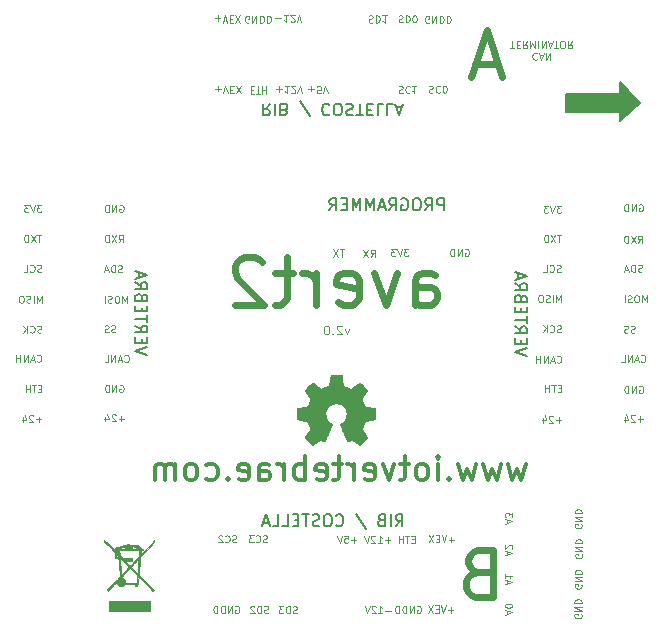
<source format=gbr>
%TF.GenerationSoftware,KiCad,Pcbnew,6.0.11+dfsg-1~bpo11+1*%
%TF.CreationDate,2023-05-15T10:52:48+02:00*%
%TF.ProjectId,avert_12,61766572-745f-4313-922e-6b696361645f,rev?*%
%TF.SameCoordinates,Original*%
%TF.FileFunction,Legend,Bot*%
%TF.FilePolarity,Positive*%
%FSLAX46Y46*%
G04 Gerber Fmt 4.6, Leading zero omitted, Abs format (unit mm)*
G04 Created by KiCad (PCBNEW 6.0.11+dfsg-1~bpo11+1) date 2023-05-15 10:52:48*
%MOMM*%
%LPD*%
G01*
G04 APERTURE LIST*
%ADD10C,0.150000*%
%ADD11C,0.100000*%
%ADD12C,0.600000*%
%ADD13C,0.300000*%
%ADD14C,0.120000*%
%ADD15C,0.010000*%
G04 APERTURE END LIST*
D10*
X138374285Y-75547619D02*
X138040952Y-76023809D01*
X137802857Y-75547619D02*
X137802857Y-76547619D01*
X138183809Y-76547619D01*
X138279047Y-76500000D01*
X138326666Y-76452380D01*
X138374285Y-76357142D01*
X138374285Y-76214285D01*
X138326666Y-76119047D01*
X138279047Y-76071428D01*
X138183809Y-76023809D01*
X137802857Y-76023809D01*
X138802857Y-75547619D02*
X138802857Y-76547619D01*
X139612380Y-76071428D02*
X139755238Y-76023809D01*
X139802857Y-75976190D01*
X139850476Y-75880952D01*
X139850476Y-75738095D01*
X139802857Y-75642857D01*
X139755238Y-75595238D01*
X139660000Y-75547619D01*
X139279047Y-75547619D01*
X139279047Y-76547619D01*
X139612380Y-76547619D01*
X139707619Y-76500000D01*
X139755238Y-76452380D01*
X139802857Y-76357142D01*
X139802857Y-76261904D01*
X139755238Y-76166666D01*
X139707619Y-76119047D01*
X139612380Y-76071428D01*
X139279047Y-76071428D01*
X141755238Y-76595238D02*
X140898095Y-75309523D01*
X143421904Y-75642857D02*
X143374285Y-75595238D01*
X143231428Y-75547619D01*
X143136190Y-75547619D01*
X142993333Y-75595238D01*
X142898095Y-75690476D01*
X142850476Y-75785714D01*
X142802857Y-75976190D01*
X142802857Y-76119047D01*
X142850476Y-76309523D01*
X142898095Y-76404761D01*
X142993333Y-76500000D01*
X143136190Y-76547619D01*
X143231428Y-76547619D01*
X143374285Y-76500000D01*
X143421904Y-76452380D01*
X144040952Y-76547619D02*
X144231428Y-76547619D01*
X144326666Y-76500000D01*
X144421904Y-76404761D01*
X144469523Y-76214285D01*
X144469523Y-75880952D01*
X144421904Y-75690476D01*
X144326666Y-75595238D01*
X144231428Y-75547619D01*
X144040952Y-75547619D01*
X143945714Y-75595238D01*
X143850476Y-75690476D01*
X143802857Y-75880952D01*
X143802857Y-76214285D01*
X143850476Y-76404761D01*
X143945714Y-76500000D01*
X144040952Y-76547619D01*
X144850476Y-75595238D02*
X144993333Y-75547619D01*
X145231428Y-75547619D01*
X145326666Y-75595238D01*
X145374285Y-75642857D01*
X145421904Y-75738095D01*
X145421904Y-75833333D01*
X145374285Y-75928571D01*
X145326666Y-75976190D01*
X145231428Y-76023809D01*
X145040952Y-76071428D01*
X144945714Y-76119047D01*
X144898095Y-76166666D01*
X144850476Y-76261904D01*
X144850476Y-76357142D01*
X144898095Y-76452380D01*
X144945714Y-76500000D01*
X145040952Y-76547619D01*
X145279047Y-76547619D01*
X145421904Y-76500000D01*
X145707619Y-76547619D02*
X146279047Y-76547619D01*
X145993333Y-75547619D02*
X145993333Y-76547619D01*
X146612380Y-76071428D02*
X146945714Y-76071428D01*
X147088571Y-75547619D02*
X146612380Y-75547619D01*
X146612380Y-76547619D01*
X147088571Y-76547619D01*
X147993333Y-75547619D02*
X147517142Y-75547619D01*
X147517142Y-76547619D01*
X148802857Y-75547619D02*
X148326666Y-75547619D01*
X148326666Y-76547619D01*
X149088571Y-75833333D02*
X149564761Y-75833333D01*
X148993333Y-75547619D02*
X149326666Y-76547619D01*
X149660000Y-75547619D01*
X149045714Y-111322380D02*
X149379047Y-110846190D01*
X149617142Y-111322380D02*
X149617142Y-110322380D01*
X149236190Y-110322380D01*
X149140952Y-110370000D01*
X149093333Y-110417619D01*
X149045714Y-110512857D01*
X149045714Y-110655714D01*
X149093333Y-110750952D01*
X149140952Y-110798571D01*
X149236190Y-110846190D01*
X149617142Y-110846190D01*
X148617142Y-111322380D02*
X148617142Y-110322380D01*
X147807619Y-110798571D02*
X147664761Y-110846190D01*
X147617142Y-110893809D01*
X147569523Y-110989047D01*
X147569523Y-111131904D01*
X147617142Y-111227142D01*
X147664761Y-111274761D01*
X147760000Y-111322380D01*
X148140952Y-111322380D01*
X148140952Y-110322380D01*
X147807619Y-110322380D01*
X147712380Y-110370000D01*
X147664761Y-110417619D01*
X147617142Y-110512857D01*
X147617142Y-110608095D01*
X147664761Y-110703333D01*
X147712380Y-110750952D01*
X147807619Y-110798571D01*
X148140952Y-110798571D01*
X145664761Y-110274761D02*
X146521904Y-111560476D01*
X143998095Y-111227142D02*
X144045714Y-111274761D01*
X144188571Y-111322380D01*
X144283809Y-111322380D01*
X144426666Y-111274761D01*
X144521904Y-111179523D01*
X144569523Y-111084285D01*
X144617142Y-110893809D01*
X144617142Y-110750952D01*
X144569523Y-110560476D01*
X144521904Y-110465238D01*
X144426666Y-110370000D01*
X144283809Y-110322380D01*
X144188571Y-110322380D01*
X144045714Y-110370000D01*
X143998095Y-110417619D01*
X143379047Y-110322380D02*
X143188571Y-110322380D01*
X143093333Y-110370000D01*
X142998095Y-110465238D01*
X142950476Y-110655714D01*
X142950476Y-110989047D01*
X142998095Y-111179523D01*
X143093333Y-111274761D01*
X143188571Y-111322380D01*
X143379047Y-111322380D01*
X143474285Y-111274761D01*
X143569523Y-111179523D01*
X143617142Y-110989047D01*
X143617142Y-110655714D01*
X143569523Y-110465238D01*
X143474285Y-110370000D01*
X143379047Y-110322380D01*
X142569523Y-111274761D02*
X142426666Y-111322380D01*
X142188571Y-111322380D01*
X142093333Y-111274761D01*
X142045714Y-111227142D01*
X141998095Y-111131904D01*
X141998095Y-111036666D01*
X142045714Y-110941428D01*
X142093333Y-110893809D01*
X142188571Y-110846190D01*
X142379047Y-110798571D01*
X142474285Y-110750952D01*
X142521904Y-110703333D01*
X142569523Y-110608095D01*
X142569523Y-110512857D01*
X142521904Y-110417619D01*
X142474285Y-110370000D01*
X142379047Y-110322380D01*
X142140952Y-110322380D01*
X141998095Y-110370000D01*
X141712380Y-110322380D02*
X141140952Y-110322380D01*
X141426666Y-111322380D02*
X141426666Y-110322380D01*
X140807619Y-110798571D02*
X140474285Y-110798571D01*
X140331428Y-111322380D02*
X140807619Y-111322380D01*
X140807619Y-110322380D01*
X140331428Y-110322380D01*
X139426666Y-111322380D02*
X139902857Y-111322380D01*
X139902857Y-110322380D01*
X138617142Y-111322380D02*
X139093333Y-111322380D01*
X139093333Y-110322380D01*
X138331428Y-111036666D02*
X137855238Y-111036666D01*
X138426666Y-111322380D02*
X138093333Y-110322380D01*
X137760000Y-111322380D01*
X128007619Y-96807619D02*
X127007619Y-96474285D01*
X128007619Y-96140952D01*
X127531428Y-95807619D02*
X127531428Y-95474285D01*
X127007619Y-95331428D02*
X127007619Y-95807619D01*
X128007619Y-95807619D01*
X128007619Y-95331428D01*
X127007619Y-94331428D02*
X127483809Y-94664761D01*
X127007619Y-94902857D02*
X128007619Y-94902857D01*
X128007619Y-94521904D01*
X127960000Y-94426666D01*
X127912380Y-94379047D01*
X127817142Y-94331428D01*
X127674285Y-94331428D01*
X127579047Y-94379047D01*
X127531428Y-94426666D01*
X127483809Y-94521904D01*
X127483809Y-94902857D01*
X128007619Y-94045714D02*
X128007619Y-93474285D01*
X127007619Y-93760000D02*
X128007619Y-93760000D01*
X127531428Y-93140952D02*
X127531428Y-92807619D01*
X127007619Y-92664761D02*
X127007619Y-93140952D01*
X128007619Y-93140952D01*
X128007619Y-92664761D01*
X127531428Y-91902857D02*
X127483809Y-91760000D01*
X127436190Y-91712380D01*
X127340952Y-91664761D01*
X127198095Y-91664761D01*
X127102857Y-91712380D01*
X127055238Y-91760000D01*
X127007619Y-91855238D01*
X127007619Y-92236190D01*
X128007619Y-92236190D01*
X128007619Y-91902857D01*
X127960000Y-91807619D01*
X127912380Y-91760000D01*
X127817142Y-91712380D01*
X127721904Y-91712380D01*
X127626666Y-91760000D01*
X127579047Y-91807619D01*
X127531428Y-91902857D01*
X127531428Y-92236190D01*
X127007619Y-90664761D02*
X127483809Y-90998095D01*
X127007619Y-91236190D02*
X128007619Y-91236190D01*
X128007619Y-90855238D01*
X127960000Y-90760000D01*
X127912380Y-90712380D01*
X127817142Y-90664761D01*
X127674285Y-90664761D01*
X127579047Y-90712380D01*
X127531428Y-90760000D01*
X127483809Y-90855238D01*
X127483809Y-91236190D01*
X127293333Y-90283809D02*
X127293333Y-89807619D01*
X127007619Y-90379047D02*
X128007619Y-90045714D01*
X127007619Y-89712380D01*
X160127619Y-96887619D02*
X159127619Y-96554285D01*
X160127619Y-96220952D01*
X159651428Y-95887619D02*
X159651428Y-95554285D01*
X159127619Y-95411428D02*
X159127619Y-95887619D01*
X160127619Y-95887619D01*
X160127619Y-95411428D01*
X159127619Y-94411428D02*
X159603809Y-94744761D01*
X159127619Y-94982857D02*
X160127619Y-94982857D01*
X160127619Y-94601904D01*
X160080000Y-94506666D01*
X160032380Y-94459047D01*
X159937142Y-94411428D01*
X159794285Y-94411428D01*
X159699047Y-94459047D01*
X159651428Y-94506666D01*
X159603809Y-94601904D01*
X159603809Y-94982857D01*
X160127619Y-94125714D02*
X160127619Y-93554285D01*
X159127619Y-93840000D02*
X160127619Y-93840000D01*
X159651428Y-93220952D02*
X159651428Y-92887619D01*
X159127619Y-92744761D02*
X159127619Y-93220952D01*
X160127619Y-93220952D01*
X160127619Y-92744761D01*
X159651428Y-91982857D02*
X159603809Y-91840000D01*
X159556190Y-91792380D01*
X159460952Y-91744761D01*
X159318095Y-91744761D01*
X159222857Y-91792380D01*
X159175238Y-91840000D01*
X159127619Y-91935238D01*
X159127619Y-92316190D01*
X160127619Y-92316190D01*
X160127619Y-91982857D01*
X160080000Y-91887619D01*
X160032380Y-91840000D01*
X159937142Y-91792380D01*
X159841904Y-91792380D01*
X159746666Y-91840000D01*
X159699047Y-91887619D01*
X159651428Y-91982857D01*
X159651428Y-92316190D01*
X159127619Y-90744761D02*
X159603809Y-91078095D01*
X159127619Y-91316190D02*
X160127619Y-91316190D01*
X160127619Y-90935238D01*
X160080000Y-90840000D01*
X160032380Y-90792380D01*
X159937142Y-90744761D01*
X159794285Y-90744761D01*
X159699047Y-90792380D01*
X159651428Y-90840000D01*
X159603809Y-90935238D01*
X159603809Y-91316190D01*
X159413333Y-90363809D02*
X159413333Y-89887619D01*
X159127619Y-90459047D02*
X160127619Y-90125714D01*
X159127619Y-89792380D01*
G36*
X169750000Y-75500000D02*
G01*
X168000000Y-77000000D01*
X168000000Y-76250000D01*
X163500000Y-76250000D01*
X163500000Y-74750000D01*
X168000000Y-74750000D01*
X168000000Y-73750000D01*
X169750000Y-75500000D01*
G37*
X169750000Y-75500000D02*
X168000000Y-77000000D01*
X168000000Y-76250000D01*
X163500000Y-76250000D01*
X163500000Y-74750000D01*
X168000000Y-74750000D01*
X168000000Y-73750000D01*
X169750000Y-75500000D01*
D11*
X119041428Y-99677142D02*
X118841428Y-99677142D01*
X118755714Y-99991428D02*
X119041428Y-99991428D01*
X119041428Y-99391428D01*
X118755714Y-99391428D01*
X118584285Y-99391428D02*
X118241428Y-99391428D01*
X118412857Y-99991428D02*
X118412857Y-99391428D01*
X118041428Y-99991428D02*
X118041428Y-99391428D01*
X118041428Y-99677142D02*
X117698571Y-99677142D01*
X117698571Y-99991428D02*
X117698571Y-99391428D01*
X140677142Y-118682857D02*
X140591428Y-118711428D01*
X140448571Y-118711428D01*
X140391428Y-118682857D01*
X140362857Y-118654285D01*
X140334285Y-118597142D01*
X140334285Y-118540000D01*
X140362857Y-118482857D01*
X140391428Y-118454285D01*
X140448571Y-118425714D01*
X140562857Y-118397142D01*
X140620000Y-118368571D01*
X140648571Y-118340000D01*
X140677142Y-118282857D01*
X140677142Y-118225714D01*
X140648571Y-118168571D01*
X140620000Y-118140000D01*
X140562857Y-118111428D01*
X140420000Y-118111428D01*
X140334285Y-118140000D01*
X140077142Y-118711428D02*
X140077142Y-118111428D01*
X139934285Y-118111428D01*
X139848571Y-118140000D01*
X139791428Y-118197142D01*
X139762857Y-118254285D01*
X139734285Y-118368571D01*
X139734285Y-118454285D01*
X139762857Y-118568571D01*
X139791428Y-118625714D01*
X139848571Y-118682857D01*
X139934285Y-118711428D01*
X140077142Y-118711428D01*
X139534285Y-118111428D02*
X139162857Y-118111428D01*
X139362857Y-118340000D01*
X139277142Y-118340000D01*
X139220000Y-118368571D01*
X139191428Y-118397142D01*
X139162857Y-118454285D01*
X139162857Y-118597142D01*
X139191428Y-118654285D01*
X139220000Y-118682857D01*
X139277142Y-118711428D01*
X139448571Y-118711428D01*
X139505714Y-118682857D01*
X139534285Y-118654285D01*
X151842857Y-74057142D02*
X151928571Y-74028571D01*
X152071428Y-74028571D01*
X152128571Y-74057142D01*
X152157142Y-74085714D01*
X152185714Y-74142857D01*
X152185714Y-74200000D01*
X152157142Y-74257142D01*
X152128571Y-74285714D01*
X152071428Y-74314285D01*
X151957142Y-74342857D01*
X151900000Y-74371428D01*
X151871428Y-74400000D01*
X151842857Y-74457142D01*
X151842857Y-74514285D01*
X151871428Y-74571428D01*
X151900000Y-74600000D01*
X151957142Y-74628571D01*
X152100000Y-74628571D01*
X152185714Y-74600000D01*
X152785714Y-74085714D02*
X152757142Y-74057142D01*
X152671428Y-74028571D01*
X152614285Y-74028571D01*
X152528571Y-74057142D01*
X152471428Y-74114285D01*
X152442857Y-74171428D01*
X152414285Y-74285714D01*
X152414285Y-74371428D01*
X152442857Y-74485714D01*
X152471428Y-74542857D01*
X152528571Y-74600000D01*
X152614285Y-74628571D01*
X152671428Y-74628571D01*
X152757142Y-74600000D01*
X152785714Y-74571428D01*
X153157142Y-74628571D02*
X153214285Y-74628571D01*
X153271428Y-74600000D01*
X153300000Y-74571428D01*
X153328571Y-74514285D01*
X153357142Y-74400000D01*
X153357142Y-74257142D01*
X153328571Y-74142857D01*
X153300000Y-74085714D01*
X153271428Y-74057142D01*
X153214285Y-74028571D01*
X153157142Y-74028571D01*
X153100000Y-74057142D01*
X153071428Y-74085714D01*
X153042857Y-74142857D01*
X153014285Y-74257142D01*
X153014285Y-74400000D01*
X153042857Y-74514285D01*
X153071428Y-74571428D01*
X153100000Y-74600000D01*
X153157142Y-74628571D01*
X125667142Y-84140000D02*
X125724285Y-84111428D01*
X125810000Y-84111428D01*
X125895714Y-84140000D01*
X125952857Y-84197142D01*
X125981428Y-84254285D01*
X126010000Y-84368571D01*
X126010000Y-84454285D01*
X125981428Y-84568571D01*
X125952857Y-84625714D01*
X125895714Y-84682857D01*
X125810000Y-84711428D01*
X125752857Y-84711428D01*
X125667142Y-84682857D01*
X125638571Y-84654285D01*
X125638571Y-84454285D01*
X125752857Y-84454285D01*
X125381428Y-84711428D02*
X125381428Y-84111428D01*
X125038571Y-84711428D01*
X125038571Y-84111428D01*
X124752857Y-84711428D02*
X124752857Y-84111428D01*
X124610000Y-84111428D01*
X124524285Y-84140000D01*
X124467142Y-84197142D01*
X124438571Y-84254285D01*
X124410000Y-84368571D01*
X124410000Y-84454285D01*
X124438571Y-84568571D01*
X124467142Y-84625714D01*
X124524285Y-84682857D01*
X124610000Y-84711428D01*
X124752857Y-84711428D01*
X125580000Y-87281428D02*
X125780000Y-86995714D01*
X125922857Y-87281428D02*
X125922857Y-86681428D01*
X125694285Y-86681428D01*
X125637142Y-86710000D01*
X125608571Y-86738571D01*
X125580000Y-86795714D01*
X125580000Y-86881428D01*
X125608571Y-86938571D01*
X125637142Y-86967142D01*
X125694285Y-86995714D01*
X125922857Y-86995714D01*
X125380000Y-86681428D02*
X124980000Y-87281428D01*
X124980000Y-86681428D02*
X125380000Y-87281428D01*
X124751428Y-87281428D02*
X124751428Y-86681428D01*
X124608571Y-86681428D01*
X124522857Y-86710000D01*
X124465714Y-86767142D01*
X124437142Y-86824285D01*
X124408571Y-86938571D01*
X124408571Y-87024285D01*
X124437142Y-87138571D01*
X124465714Y-87195714D01*
X124522857Y-87252857D01*
X124608571Y-87281428D01*
X124751428Y-87281428D01*
X160994285Y-71278714D02*
X160965714Y-71250142D01*
X160880000Y-71221571D01*
X160822857Y-71221571D01*
X160737142Y-71250142D01*
X160680000Y-71307285D01*
X160651428Y-71364428D01*
X160622857Y-71478714D01*
X160622857Y-71564428D01*
X160651428Y-71678714D01*
X160680000Y-71735857D01*
X160737142Y-71793000D01*
X160822857Y-71821571D01*
X160880000Y-71821571D01*
X160965714Y-71793000D01*
X160994285Y-71764428D01*
X161222857Y-71393000D02*
X161508571Y-71393000D01*
X161165714Y-71221571D02*
X161365714Y-71821571D01*
X161565714Y-71221571D01*
X161765714Y-71221571D02*
X161765714Y-71821571D01*
X162108571Y-71221571D01*
X162108571Y-71821571D01*
X158737142Y-70855571D02*
X159080000Y-70855571D01*
X158908571Y-70255571D02*
X158908571Y-70855571D01*
X159280000Y-70569857D02*
X159480000Y-70569857D01*
X159565714Y-70255571D02*
X159280000Y-70255571D01*
X159280000Y-70855571D01*
X159565714Y-70855571D01*
X160165714Y-70255571D02*
X159965714Y-70541285D01*
X159822857Y-70255571D02*
X159822857Y-70855571D01*
X160051428Y-70855571D01*
X160108571Y-70827000D01*
X160137142Y-70798428D01*
X160165714Y-70741285D01*
X160165714Y-70655571D01*
X160137142Y-70598428D01*
X160108571Y-70569857D01*
X160051428Y-70541285D01*
X159822857Y-70541285D01*
X160422857Y-70255571D02*
X160422857Y-70855571D01*
X160622857Y-70427000D01*
X160822857Y-70855571D01*
X160822857Y-70255571D01*
X161108571Y-70255571D02*
X161108571Y-70855571D01*
X161394285Y-70255571D02*
X161394285Y-70855571D01*
X161737142Y-70255571D01*
X161737142Y-70855571D01*
X161994285Y-70427000D02*
X162280000Y-70427000D01*
X161937142Y-70255571D02*
X162137142Y-70855571D01*
X162337142Y-70255571D01*
X162451428Y-70855571D02*
X162794285Y-70855571D01*
X162622857Y-70255571D02*
X162622857Y-70855571D01*
X163108571Y-70855571D02*
X163222857Y-70855571D01*
X163280000Y-70827000D01*
X163337142Y-70769857D01*
X163365714Y-70655571D01*
X163365714Y-70455571D01*
X163337142Y-70341285D01*
X163280000Y-70284142D01*
X163222857Y-70255571D01*
X163108571Y-70255571D01*
X163051428Y-70284142D01*
X162994285Y-70341285D01*
X162965714Y-70455571D01*
X162965714Y-70655571D01*
X162994285Y-70769857D01*
X163051428Y-70827000D01*
X163108571Y-70855571D01*
X163965714Y-70255571D02*
X163765714Y-70541285D01*
X163622857Y-70255571D02*
X163622857Y-70855571D01*
X163851428Y-70855571D01*
X163908571Y-70827000D01*
X163937142Y-70798428D01*
X163965714Y-70741285D01*
X163965714Y-70655571D01*
X163937142Y-70598428D01*
X163908571Y-70569857D01*
X163851428Y-70541285D01*
X163622857Y-70541285D01*
X145721428Y-112502857D02*
X145264285Y-112502857D01*
X145492857Y-112731428D02*
X145492857Y-112274285D01*
X144692857Y-112131428D02*
X144978571Y-112131428D01*
X145007142Y-112417142D01*
X144978571Y-112388571D01*
X144921428Y-112360000D01*
X144778571Y-112360000D01*
X144721428Y-112388571D01*
X144692857Y-112417142D01*
X144664285Y-112474285D01*
X144664285Y-112617142D01*
X144692857Y-112674285D01*
X144721428Y-112702857D01*
X144778571Y-112731428D01*
X144921428Y-112731428D01*
X144978571Y-112702857D01*
X145007142Y-112674285D01*
X144492857Y-112131428D02*
X144292857Y-112731428D01*
X144092857Y-112131428D01*
X149292857Y-68097142D02*
X149378571Y-68068571D01*
X149521428Y-68068571D01*
X149578571Y-68097142D01*
X149607142Y-68125714D01*
X149635714Y-68182857D01*
X149635714Y-68240000D01*
X149607142Y-68297142D01*
X149578571Y-68325714D01*
X149521428Y-68354285D01*
X149407142Y-68382857D01*
X149350000Y-68411428D01*
X149321428Y-68440000D01*
X149292857Y-68497142D01*
X149292857Y-68554285D01*
X149321428Y-68611428D01*
X149350000Y-68640000D01*
X149407142Y-68668571D01*
X149550000Y-68668571D01*
X149635714Y-68640000D01*
X149892857Y-68068571D02*
X149892857Y-68668571D01*
X150035714Y-68668571D01*
X150121428Y-68640000D01*
X150178571Y-68582857D01*
X150207142Y-68525714D01*
X150235714Y-68411428D01*
X150235714Y-68325714D01*
X150207142Y-68211428D01*
X150178571Y-68154285D01*
X150121428Y-68097142D01*
X150035714Y-68068571D01*
X149892857Y-68068571D01*
X150607142Y-68668571D02*
X150664285Y-68668571D01*
X150721428Y-68640000D01*
X150750000Y-68611428D01*
X150778571Y-68554285D01*
X150807142Y-68440000D01*
X150807142Y-68297142D01*
X150778571Y-68182857D01*
X150750000Y-68125714D01*
X150721428Y-68097142D01*
X150664285Y-68068571D01*
X150607142Y-68068571D01*
X150550000Y-68097142D01*
X150521428Y-68125714D01*
X150492857Y-68182857D01*
X150464285Y-68297142D01*
X150464285Y-68440000D01*
X150492857Y-68554285D01*
X150521428Y-68611428D01*
X150550000Y-68640000D01*
X150607142Y-68668571D01*
X136758571Y-74402857D02*
X136958571Y-74402857D01*
X137044285Y-74088571D02*
X136758571Y-74088571D01*
X136758571Y-74688571D01*
X137044285Y-74688571D01*
X137215714Y-74688571D02*
X137558571Y-74688571D01*
X137387142Y-74088571D02*
X137387142Y-74688571D01*
X137758571Y-74088571D02*
X137758571Y-74688571D01*
X137758571Y-74402857D02*
X138101428Y-74402857D01*
X138101428Y-74088571D02*
X138101428Y-74688571D01*
X138147142Y-112672857D02*
X138061428Y-112701428D01*
X137918571Y-112701428D01*
X137861428Y-112672857D01*
X137832857Y-112644285D01*
X137804285Y-112587142D01*
X137804285Y-112530000D01*
X137832857Y-112472857D01*
X137861428Y-112444285D01*
X137918571Y-112415714D01*
X138032857Y-112387142D01*
X138090000Y-112358571D01*
X138118571Y-112330000D01*
X138147142Y-112272857D01*
X138147142Y-112215714D01*
X138118571Y-112158571D01*
X138090000Y-112130000D01*
X138032857Y-112101428D01*
X137890000Y-112101428D01*
X137804285Y-112130000D01*
X137204285Y-112644285D02*
X137232857Y-112672857D01*
X137318571Y-112701428D01*
X137375714Y-112701428D01*
X137461428Y-112672857D01*
X137518571Y-112615714D01*
X137547142Y-112558571D01*
X137575714Y-112444285D01*
X137575714Y-112358571D01*
X137547142Y-112244285D01*
X137518571Y-112187142D01*
X137461428Y-112130000D01*
X137375714Y-112101428D01*
X137318571Y-112101428D01*
X137232857Y-112130000D01*
X137204285Y-112158571D01*
X137004285Y-112101428D02*
X136632857Y-112101428D01*
X136832857Y-112330000D01*
X136747142Y-112330000D01*
X136690000Y-112358571D01*
X136661428Y-112387142D01*
X136632857Y-112444285D01*
X136632857Y-112587142D01*
X136661428Y-112644285D01*
X136690000Y-112672857D01*
X136747142Y-112701428D01*
X136918571Y-112701428D01*
X136975714Y-112672857D01*
X137004285Y-112644285D01*
X146752857Y-68107142D02*
X146838571Y-68078571D01*
X146981428Y-68078571D01*
X147038571Y-68107142D01*
X147067142Y-68135714D01*
X147095714Y-68192857D01*
X147095714Y-68250000D01*
X147067142Y-68307142D01*
X147038571Y-68335714D01*
X146981428Y-68364285D01*
X146867142Y-68392857D01*
X146810000Y-68421428D01*
X146781428Y-68450000D01*
X146752857Y-68507142D01*
X146752857Y-68564285D01*
X146781428Y-68621428D01*
X146810000Y-68650000D01*
X146867142Y-68678571D01*
X147010000Y-68678571D01*
X147095714Y-68650000D01*
X147352857Y-68078571D02*
X147352857Y-68678571D01*
X147495714Y-68678571D01*
X147581428Y-68650000D01*
X147638571Y-68592857D01*
X147667142Y-68535714D01*
X147695714Y-68421428D01*
X147695714Y-68335714D01*
X147667142Y-68221428D01*
X147638571Y-68164285D01*
X147581428Y-68107142D01*
X147495714Y-68078571D01*
X147352857Y-68078571D01*
X148267142Y-68078571D02*
X147924285Y-68078571D01*
X148095714Y-68078571D02*
X148095714Y-68678571D01*
X148038571Y-68592857D01*
X147981428Y-68535714D01*
X147924285Y-68507142D01*
X150112857Y-87841428D02*
X149741428Y-87841428D01*
X149941428Y-88070000D01*
X149855714Y-88070000D01*
X149798571Y-88098571D01*
X149770000Y-88127142D01*
X149741428Y-88184285D01*
X149741428Y-88327142D01*
X149770000Y-88384285D01*
X149798571Y-88412857D01*
X149855714Y-88441428D01*
X150027142Y-88441428D01*
X150084285Y-88412857D01*
X150112857Y-88384285D01*
X149570000Y-87841428D02*
X149370000Y-88441428D01*
X149170000Y-87841428D01*
X149027142Y-87841428D02*
X148655714Y-87841428D01*
X148855714Y-88070000D01*
X148770000Y-88070000D01*
X148712857Y-88098571D01*
X148684285Y-88127142D01*
X148655714Y-88184285D01*
X148655714Y-88327142D01*
X148684285Y-88384285D01*
X148712857Y-88412857D01*
X148770000Y-88441428D01*
X148941428Y-88441428D01*
X148998571Y-88412857D01*
X149027142Y-88384285D01*
X164760000Y-116277142D02*
X164788571Y-116334285D01*
X164788571Y-116420000D01*
X164760000Y-116505714D01*
X164702857Y-116562857D01*
X164645714Y-116591428D01*
X164531428Y-116620000D01*
X164445714Y-116620000D01*
X164331428Y-116591428D01*
X164274285Y-116562857D01*
X164217142Y-116505714D01*
X164188571Y-116420000D01*
X164188571Y-116362857D01*
X164217142Y-116277142D01*
X164245714Y-116248571D01*
X164445714Y-116248571D01*
X164445714Y-116362857D01*
X164188571Y-115991428D02*
X164788571Y-115991428D01*
X164188571Y-115648571D01*
X164788571Y-115648571D01*
X164188571Y-115362857D02*
X164788571Y-115362857D01*
X164788571Y-115220000D01*
X164760000Y-115134285D01*
X164702857Y-115077142D01*
X164645714Y-115048571D01*
X164531428Y-115020000D01*
X164445714Y-115020000D01*
X164331428Y-115048571D01*
X164274285Y-115077142D01*
X164217142Y-115134285D01*
X164188571Y-115220000D01*
X164188571Y-115362857D01*
D12*
X155964285Y-115214285D02*
X155392857Y-115404761D01*
X155202380Y-115595238D01*
X155011904Y-115976190D01*
X155011904Y-116547619D01*
X155202380Y-116928571D01*
X155392857Y-117119047D01*
X155773809Y-117309523D01*
X157297619Y-117309523D01*
X157297619Y-113309523D01*
X155964285Y-113309523D01*
X155583333Y-113500000D01*
X155392857Y-113690476D01*
X155202380Y-114071428D01*
X155202380Y-114452380D01*
X155392857Y-114833333D01*
X155583333Y-115023809D01*
X155964285Y-115214285D01*
X157297619Y-115214285D01*
D11*
X138922857Y-74307142D02*
X139380000Y-74307142D01*
X139151428Y-74078571D02*
X139151428Y-74535714D01*
X139980000Y-74078571D02*
X139637142Y-74078571D01*
X139808571Y-74078571D02*
X139808571Y-74678571D01*
X139751428Y-74592857D01*
X139694285Y-74535714D01*
X139637142Y-74507142D01*
X140208571Y-74621428D02*
X140237142Y-74650000D01*
X140294285Y-74678571D01*
X140437142Y-74678571D01*
X140494285Y-74650000D01*
X140522857Y-74621428D01*
X140551428Y-74564285D01*
X140551428Y-74507142D01*
X140522857Y-74421428D01*
X140180000Y-74078571D01*
X140551428Y-74078571D01*
X140722857Y-74678571D02*
X140922857Y-74078571D01*
X141122857Y-74678571D01*
X119034285Y-89762857D02*
X118948571Y-89791428D01*
X118805714Y-89791428D01*
X118748571Y-89762857D01*
X118720000Y-89734285D01*
X118691428Y-89677142D01*
X118691428Y-89620000D01*
X118720000Y-89562857D01*
X118748571Y-89534285D01*
X118805714Y-89505714D01*
X118920000Y-89477142D01*
X118977142Y-89448571D01*
X119005714Y-89420000D01*
X119034285Y-89362857D01*
X119034285Y-89305714D01*
X119005714Y-89248571D01*
X118977142Y-89220000D01*
X118920000Y-89191428D01*
X118777142Y-89191428D01*
X118691428Y-89220000D01*
X118091428Y-89734285D02*
X118120000Y-89762857D01*
X118205714Y-89791428D01*
X118262857Y-89791428D01*
X118348571Y-89762857D01*
X118405714Y-89705714D01*
X118434285Y-89648571D01*
X118462857Y-89534285D01*
X118462857Y-89448571D01*
X118434285Y-89334285D01*
X118405714Y-89277142D01*
X118348571Y-89220000D01*
X118262857Y-89191428D01*
X118205714Y-89191428D01*
X118120000Y-89220000D01*
X118091428Y-89248571D01*
X117548571Y-89791428D02*
X117834285Y-89791428D01*
X117834285Y-89191428D01*
X164750000Y-118777142D02*
X164778571Y-118834285D01*
X164778571Y-118920000D01*
X164750000Y-119005714D01*
X164692857Y-119062857D01*
X164635714Y-119091428D01*
X164521428Y-119120000D01*
X164435714Y-119120000D01*
X164321428Y-119091428D01*
X164264285Y-119062857D01*
X164207142Y-119005714D01*
X164178571Y-118920000D01*
X164178571Y-118862857D01*
X164207142Y-118777142D01*
X164235714Y-118748571D01*
X164435714Y-118748571D01*
X164435714Y-118862857D01*
X164178571Y-118491428D02*
X164778571Y-118491428D01*
X164178571Y-118148571D01*
X164778571Y-118148571D01*
X164178571Y-117862857D02*
X164778571Y-117862857D01*
X164778571Y-117720000D01*
X164750000Y-117634285D01*
X164692857Y-117577142D01*
X164635714Y-117548571D01*
X164521428Y-117520000D01*
X164435714Y-117520000D01*
X164321428Y-117548571D01*
X164264285Y-117577142D01*
X164207142Y-117634285D01*
X164178571Y-117720000D01*
X164178571Y-117862857D01*
X138852857Y-68277142D02*
X139310000Y-68277142D01*
X139910000Y-68048571D02*
X139567142Y-68048571D01*
X139738571Y-68048571D02*
X139738571Y-68648571D01*
X139681428Y-68562857D01*
X139624285Y-68505714D01*
X139567142Y-68477142D01*
X140138571Y-68591428D02*
X140167142Y-68620000D01*
X140224285Y-68648571D01*
X140367142Y-68648571D01*
X140424285Y-68620000D01*
X140452857Y-68591428D01*
X140481428Y-68534285D01*
X140481428Y-68477142D01*
X140452857Y-68391428D01*
X140110000Y-68048571D01*
X140481428Y-68048571D01*
X140652857Y-68648571D02*
X140852857Y-68048571D01*
X141052857Y-68648571D01*
X150847142Y-118110000D02*
X150904285Y-118081428D01*
X150990000Y-118081428D01*
X151075714Y-118110000D01*
X151132857Y-118167142D01*
X151161428Y-118224285D01*
X151190000Y-118338571D01*
X151190000Y-118424285D01*
X151161428Y-118538571D01*
X151132857Y-118595714D01*
X151075714Y-118652857D01*
X150990000Y-118681428D01*
X150932857Y-118681428D01*
X150847142Y-118652857D01*
X150818571Y-118624285D01*
X150818571Y-118424285D01*
X150932857Y-118424285D01*
X150561428Y-118681428D02*
X150561428Y-118081428D01*
X150218571Y-118681428D01*
X150218571Y-118081428D01*
X149932857Y-118681428D02*
X149932857Y-118081428D01*
X149790000Y-118081428D01*
X149704285Y-118110000D01*
X149647142Y-118167142D01*
X149618571Y-118224285D01*
X149590000Y-118338571D01*
X149590000Y-118424285D01*
X149618571Y-118538571D01*
X149647142Y-118595714D01*
X149704285Y-118652857D01*
X149790000Y-118681428D01*
X149932857Y-118681428D01*
X149332857Y-118681428D02*
X149332857Y-118081428D01*
X149190000Y-118081428D01*
X149104285Y-118110000D01*
X149047142Y-118167142D01*
X149018571Y-118224285D01*
X148990000Y-118338571D01*
X148990000Y-118424285D01*
X149018571Y-118538571D01*
X149047142Y-118595714D01*
X149104285Y-118652857D01*
X149190000Y-118681428D01*
X149332857Y-118681428D01*
X163022857Y-92351428D02*
X163022857Y-91751428D01*
X162822857Y-92180000D01*
X162622857Y-91751428D01*
X162622857Y-92351428D01*
X162337142Y-92351428D02*
X162337142Y-91751428D01*
X162080000Y-92322857D02*
X161994285Y-92351428D01*
X161851428Y-92351428D01*
X161794285Y-92322857D01*
X161765714Y-92294285D01*
X161737142Y-92237142D01*
X161737142Y-92180000D01*
X161765714Y-92122857D01*
X161794285Y-92094285D01*
X161851428Y-92065714D01*
X161965714Y-92037142D01*
X162022857Y-92008571D01*
X162051428Y-91980000D01*
X162080000Y-91922857D01*
X162080000Y-91865714D01*
X162051428Y-91808571D01*
X162022857Y-91780000D01*
X161965714Y-91751428D01*
X161822857Y-91751428D01*
X161737142Y-91780000D01*
X161365714Y-91751428D02*
X161251428Y-91751428D01*
X161194285Y-91780000D01*
X161137142Y-91837142D01*
X161108571Y-91951428D01*
X161108571Y-92151428D01*
X161137142Y-92265714D01*
X161194285Y-92322857D01*
X161251428Y-92351428D01*
X161365714Y-92351428D01*
X161422857Y-92322857D01*
X161480000Y-92265714D01*
X161508571Y-92151428D01*
X161508571Y-91951428D01*
X161480000Y-91837142D01*
X161422857Y-91780000D01*
X161365714Y-91751428D01*
X150641428Y-112417142D02*
X150441428Y-112417142D01*
X150355714Y-112731428D02*
X150641428Y-112731428D01*
X150641428Y-112131428D01*
X150355714Y-112131428D01*
X150184285Y-112131428D02*
X149841428Y-112131428D01*
X150012857Y-112731428D02*
X150012857Y-112131428D01*
X149641428Y-112731428D02*
X149641428Y-112131428D01*
X149641428Y-112417142D02*
X149298571Y-112417142D01*
X149298571Y-112731428D02*
X149298571Y-112131428D01*
X162690000Y-97414285D02*
X162718571Y-97442857D01*
X162804285Y-97471428D01*
X162861428Y-97471428D01*
X162947142Y-97442857D01*
X163004285Y-97385714D01*
X163032857Y-97328571D01*
X163061428Y-97214285D01*
X163061428Y-97128571D01*
X163032857Y-97014285D01*
X163004285Y-96957142D01*
X162947142Y-96900000D01*
X162861428Y-96871428D01*
X162804285Y-96871428D01*
X162718571Y-96900000D01*
X162690000Y-96928571D01*
X162461428Y-97300000D02*
X162175714Y-97300000D01*
X162518571Y-97471428D02*
X162318571Y-96871428D01*
X162118571Y-97471428D01*
X161918571Y-97471428D02*
X161918571Y-96871428D01*
X161575714Y-97471428D01*
X161575714Y-96871428D01*
X161290000Y-97471428D02*
X161290000Y-96871428D01*
X161290000Y-97157142D02*
X160947142Y-97157142D01*
X160947142Y-97471428D02*
X160947142Y-96871428D01*
X164810000Y-113697142D02*
X164838571Y-113754285D01*
X164838571Y-113840000D01*
X164810000Y-113925714D01*
X164752857Y-113982857D01*
X164695714Y-114011428D01*
X164581428Y-114040000D01*
X164495714Y-114040000D01*
X164381428Y-114011428D01*
X164324285Y-113982857D01*
X164267142Y-113925714D01*
X164238571Y-113840000D01*
X164238571Y-113782857D01*
X164267142Y-113697142D01*
X164295714Y-113668571D01*
X164495714Y-113668571D01*
X164495714Y-113782857D01*
X164238571Y-113411428D02*
X164838571Y-113411428D01*
X164238571Y-113068571D01*
X164838571Y-113068571D01*
X164238571Y-112782857D02*
X164838571Y-112782857D01*
X164838571Y-112640000D01*
X164810000Y-112554285D01*
X164752857Y-112497142D01*
X164695714Y-112468571D01*
X164581428Y-112440000D01*
X164495714Y-112440000D01*
X164381428Y-112468571D01*
X164324285Y-112497142D01*
X164267142Y-112554285D01*
X164238571Y-112640000D01*
X164238571Y-112782857D01*
X151852857Y-68690000D02*
X151795714Y-68718571D01*
X151710000Y-68718571D01*
X151624285Y-68690000D01*
X151567142Y-68632857D01*
X151538571Y-68575714D01*
X151510000Y-68461428D01*
X151510000Y-68375714D01*
X151538571Y-68261428D01*
X151567142Y-68204285D01*
X151624285Y-68147142D01*
X151710000Y-68118571D01*
X151767142Y-68118571D01*
X151852857Y-68147142D01*
X151881428Y-68175714D01*
X151881428Y-68375714D01*
X151767142Y-68375714D01*
X152138571Y-68118571D02*
X152138571Y-68718571D01*
X152481428Y-68118571D01*
X152481428Y-68718571D01*
X152767142Y-68118571D02*
X152767142Y-68718571D01*
X152910000Y-68718571D01*
X152995714Y-68690000D01*
X153052857Y-68632857D01*
X153081428Y-68575714D01*
X153110000Y-68461428D01*
X153110000Y-68375714D01*
X153081428Y-68261428D01*
X153052857Y-68204285D01*
X152995714Y-68147142D01*
X152910000Y-68118571D01*
X152767142Y-68118571D01*
X153367142Y-68118571D02*
X153367142Y-68718571D01*
X153510000Y-68718571D01*
X153595714Y-68690000D01*
X153652857Y-68632857D01*
X153681428Y-68575714D01*
X153710000Y-68461428D01*
X153710000Y-68375714D01*
X153681428Y-68261428D01*
X153652857Y-68204285D01*
X153595714Y-68147142D01*
X153510000Y-68118571D01*
X153367142Y-68118571D01*
X133767142Y-74267142D02*
X134224285Y-74267142D01*
X133995714Y-74038571D02*
X133995714Y-74495714D01*
X134424285Y-74638571D02*
X134624285Y-74038571D01*
X134824285Y-74638571D01*
X135024285Y-74352857D02*
X135224285Y-74352857D01*
X135310000Y-74038571D02*
X135024285Y-74038571D01*
X135024285Y-74638571D01*
X135310000Y-74638571D01*
X135510000Y-74638571D02*
X135910000Y-74038571D01*
X135910000Y-74638571D02*
X135510000Y-74038571D01*
X163057142Y-86661428D02*
X162714285Y-86661428D01*
X162885714Y-87261428D02*
X162885714Y-86661428D01*
X162571428Y-86661428D02*
X162171428Y-87261428D01*
X162171428Y-86661428D02*
X162571428Y-87261428D01*
X161942857Y-87261428D02*
X161942857Y-86661428D01*
X161800000Y-86661428D01*
X161714285Y-86690000D01*
X161657142Y-86747142D01*
X161628571Y-86804285D01*
X161600000Y-86918571D01*
X161600000Y-87004285D01*
X161628571Y-87118571D01*
X161657142Y-87175714D01*
X161714285Y-87232857D01*
X161800000Y-87261428D01*
X161942857Y-87261428D01*
D12*
X150666666Y-92559523D02*
X150666666Y-90464285D01*
X150857142Y-90083333D01*
X151238095Y-89892857D01*
X152000000Y-89892857D01*
X152380952Y-90083333D01*
X150666666Y-92369047D02*
X151047619Y-92559523D01*
X152000000Y-92559523D01*
X152380952Y-92369047D01*
X152571428Y-91988095D01*
X152571428Y-91607142D01*
X152380952Y-91226190D01*
X152000000Y-91035714D01*
X151047619Y-91035714D01*
X150666666Y-90845238D01*
X149142857Y-89892857D02*
X148190476Y-92559523D01*
X147238095Y-89892857D01*
X144190476Y-92369047D02*
X144571428Y-92559523D01*
X145333333Y-92559523D01*
X145714285Y-92369047D01*
X145904761Y-91988095D01*
X145904761Y-90464285D01*
X145714285Y-90083333D01*
X145333333Y-89892857D01*
X144571428Y-89892857D01*
X144190476Y-90083333D01*
X144000000Y-90464285D01*
X144000000Y-90845238D01*
X145904761Y-91226190D01*
X142285714Y-92559523D02*
X142285714Y-89892857D01*
X142285714Y-90654761D02*
X142095238Y-90273809D01*
X141904761Y-90083333D01*
X141523809Y-89892857D01*
X141142857Y-89892857D01*
X140380952Y-89892857D02*
X138857142Y-89892857D01*
X139809523Y-88559523D02*
X139809523Y-91988095D01*
X139619047Y-92369047D01*
X139238095Y-92559523D01*
X138857142Y-92559523D01*
X137714285Y-88940476D02*
X137523809Y-88750000D01*
X137142857Y-88559523D01*
X136190476Y-88559523D01*
X135809523Y-88750000D01*
X135619047Y-88940476D01*
X135428571Y-89321428D01*
X135428571Y-89702380D01*
X135619047Y-90273809D01*
X137904761Y-92559523D01*
X135428571Y-92559523D01*
D11*
X148627142Y-118462857D02*
X148170000Y-118462857D01*
X147570000Y-118691428D02*
X147912857Y-118691428D01*
X147741428Y-118691428D02*
X147741428Y-118091428D01*
X147798571Y-118177142D01*
X147855714Y-118234285D01*
X147912857Y-118262857D01*
X147341428Y-118148571D02*
X147312857Y-118120000D01*
X147255714Y-118091428D01*
X147112857Y-118091428D01*
X147055714Y-118120000D01*
X147027142Y-118148571D01*
X146998571Y-118205714D01*
X146998571Y-118262857D01*
X147027142Y-118348571D01*
X147370000Y-118691428D01*
X146998571Y-118691428D01*
X146827142Y-118091428D02*
X146627142Y-118691428D01*
X146427142Y-118091428D01*
X153982857Y-112462857D02*
X153525714Y-112462857D01*
X153754285Y-112691428D02*
X153754285Y-112234285D01*
X153325714Y-112091428D02*
X153125714Y-112691428D01*
X152925714Y-112091428D01*
X152725714Y-112377142D02*
X152525714Y-112377142D01*
X152440000Y-112691428D02*
X152725714Y-112691428D01*
X152725714Y-112091428D01*
X152440000Y-112091428D01*
X152240000Y-112091428D02*
X151840000Y-112691428D01*
X151840000Y-112091428D02*
X152240000Y-112691428D01*
X169637142Y-84100000D02*
X169694285Y-84071428D01*
X169780000Y-84071428D01*
X169865714Y-84100000D01*
X169922857Y-84157142D01*
X169951428Y-84214285D01*
X169980000Y-84328571D01*
X169980000Y-84414285D01*
X169951428Y-84528571D01*
X169922857Y-84585714D01*
X169865714Y-84642857D01*
X169780000Y-84671428D01*
X169722857Y-84671428D01*
X169637142Y-84642857D01*
X169608571Y-84614285D01*
X169608571Y-84414285D01*
X169722857Y-84414285D01*
X169351428Y-84671428D02*
X169351428Y-84071428D01*
X169008571Y-84671428D01*
X169008571Y-84071428D01*
X168722857Y-84671428D02*
X168722857Y-84071428D01*
X168580000Y-84071428D01*
X168494285Y-84100000D01*
X168437142Y-84157142D01*
X168408571Y-84214285D01*
X168380000Y-84328571D01*
X168380000Y-84414285D01*
X168408571Y-84528571D01*
X168437142Y-84585714D01*
X168494285Y-84642857D01*
X168580000Y-84671428D01*
X168722857Y-84671428D01*
D10*
X153099523Y-84572380D02*
X153099523Y-83572380D01*
X152718571Y-83572380D01*
X152623333Y-83620000D01*
X152575714Y-83667619D01*
X152528095Y-83762857D01*
X152528095Y-83905714D01*
X152575714Y-84000952D01*
X152623333Y-84048571D01*
X152718571Y-84096190D01*
X153099523Y-84096190D01*
X151528095Y-84572380D02*
X151861428Y-84096190D01*
X152099523Y-84572380D02*
X152099523Y-83572380D01*
X151718571Y-83572380D01*
X151623333Y-83620000D01*
X151575714Y-83667619D01*
X151528095Y-83762857D01*
X151528095Y-83905714D01*
X151575714Y-84000952D01*
X151623333Y-84048571D01*
X151718571Y-84096190D01*
X152099523Y-84096190D01*
X150909047Y-83572380D02*
X150718571Y-83572380D01*
X150623333Y-83620000D01*
X150528095Y-83715238D01*
X150480476Y-83905714D01*
X150480476Y-84239047D01*
X150528095Y-84429523D01*
X150623333Y-84524761D01*
X150718571Y-84572380D01*
X150909047Y-84572380D01*
X151004285Y-84524761D01*
X151099523Y-84429523D01*
X151147142Y-84239047D01*
X151147142Y-83905714D01*
X151099523Y-83715238D01*
X151004285Y-83620000D01*
X150909047Y-83572380D01*
X149528095Y-83620000D02*
X149623333Y-83572380D01*
X149766190Y-83572380D01*
X149909047Y-83620000D01*
X150004285Y-83715238D01*
X150051904Y-83810476D01*
X150099523Y-84000952D01*
X150099523Y-84143809D01*
X150051904Y-84334285D01*
X150004285Y-84429523D01*
X149909047Y-84524761D01*
X149766190Y-84572380D01*
X149670952Y-84572380D01*
X149528095Y-84524761D01*
X149480476Y-84477142D01*
X149480476Y-84143809D01*
X149670952Y-84143809D01*
X148480476Y-84572380D02*
X148813809Y-84096190D01*
X149051904Y-84572380D02*
X149051904Y-83572380D01*
X148670952Y-83572380D01*
X148575714Y-83620000D01*
X148528095Y-83667619D01*
X148480476Y-83762857D01*
X148480476Y-83905714D01*
X148528095Y-84000952D01*
X148575714Y-84048571D01*
X148670952Y-84096190D01*
X149051904Y-84096190D01*
X148099523Y-84286666D02*
X147623333Y-84286666D01*
X148194761Y-84572380D02*
X147861428Y-83572380D01*
X147528095Y-84572380D01*
X147194761Y-84572380D02*
X147194761Y-83572380D01*
X146861428Y-84286666D01*
X146528095Y-83572380D01*
X146528095Y-84572380D01*
X146051904Y-84572380D02*
X146051904Y-83572380D01*
X145718571Y-84286666D01*
X145385238Y-83572380D01*
X145385238Y-84572380D01*
X144909047Y-84048571D02*
X144575714Y-84048571D01*
X144432857Y-84572380D02*
X144909047Y-84572380D01*
X144909047Y-83572380D01*
X144432857Y-83572380D01*
X143432857Y-84572380D02*
X143766190Y-84096190D01*
X144004285Y-84572380D02*
X144004285Y-83572380D01*
X143623333Y-83572380D01*
X143528095Y-83620000D01*
X143480476Y-83667619D01*
X143432857Y-83762857D01*
X143432857Y-83905714D01*
X143480476Y-84000952D01*
X143528095Y-84048571D01*
X143623333Y-84096190D01*
X144004285Y-84096190D01*
D11*
X169657142Y-99470000D02*
X169714285Y-99441428D01*
X169800000Y-99441428D01*
X169885714Y-99470000D01*
X169942857Y-99527142D01*
X169971428Y-99584285D01*
X170000000Y-99698571D01*
X170000000Y-99784285D01*
X169971428Y-99898571D01*
X169942857Y-99955714D01*
X169885714Y-100012857D01*
X169800000Y-100041428D01*
X169742857Y-100041428D01*
X169657142Y-100012857D01*
X169628571Y-99984285D01*
X169628571Y-99784285D01*
X169742857Y-99784285D01*
X169371428Y-100041428D02*
X169371428Y-99441428D01*
X169028571Y-100041428D01*
X169028571Y-99441428D01*
X168742857Y-100041428D02*
X168742857Y-99441428D01*
X168600000Y-99441428D01*
X168514285Y-99470000D01*
X168457142Y-99527142D01*
X168428571Y-99584285D01*
X168400000Y-99698571D01*
X168400000Y-99784285D01*
X168428571Y-99898571D01*
X168457142Y-99955714D01*
X168514285Y-100012857D01*
X168600000Y-100041428D01*
X168742857Y-100041428D01*
X135547142Y-112662857D02*
X135461428Y-112691428D01*
X135318571Y-112691428D01*
X135261428Y-112662857D01*
X135232857Y-112634285D01*
X135204285Y-112577142D01*
X135204285Y-112520000D01*
X135232857Y-112462857D01*
X135261428Y-112434285D01*
X135318571Y-112405714D01*
X135432857Y-112377142D01*
X135490000Y-112348571D01*
X135518571Y-112320000D01*
X135547142Y-112262857D01*
X135547142Y-112205714D01*
X135518571Y-112148571D01*
X135490000Y-112120000D01*
X135432857Y-112091428D01*
X135290000Y-112091428D01*
X135204285Y-112120000D01*
X134604285Y-112634285D02*
X134632857Y-112662857D01*
X134718571Y-112691428D01*
X134775714Y-112691428D01*
X134861428Y-112662857D01*
X134918571Y-112605714D01*
X134947142Y-112548571D01*
X134975714Y-112434285D01*
X134975714Y-112348571D01*
X134947142Y-112234285D01*
X134918571Y-112177142D01*
X134861428Y-112120000D01*
X134775714Y-112091428D01*
X134718571Y-112091428D01*
X134632857Y-112120000D01*
X134604285Y-112148571D01*
X134375714Y-112148571D02*
X134347142Y-112120000D01*
X134290000Y-112091428D01*
X134147142Y-112091428D01*
X134090000Y-112120000D01*
X134061428Y-112148571D01*
X134032857Y-112205714D01*
X134032857Y-112262857D01*
X134061428Y-112348571D01*
X134404285Y-112691428D01*
X134032857Y-112691428D01*
X163041428Y-94892857D02*
X162955714Y-94921428D01*
X162812857Y-94921428D01*
X162755714Y-94892857D01*
X162727142Y-94864285D01*
X162698571Y-94807142D01*
X162698571Y-94750000D01*
X162727142Y-94692857D01*
X162755714Y-94664285D01*
X162812857Y-94635714D01*
X162927142Y-94607142D01*
X162984285Y-94578571D01*
X163012857Y-94550000D01*
X163041428Y-94492857D01*
X163041428Y-94435714D01*
X163012857Y-94378571D01*
X162984285Y-94350000D01*
X162927142Y-94321428D01*
X162784285Y-94321428D01*
X162698571Y-94350000D01*
X162098571Y-94864285D02*
X162127142Y-94892857D01*
X162212857Y-94921428D01*
X162270000Y-94921428D01*
X162355714Y-94892857D01*
X162412857Y-94835714D01*
X162441428Y-94778571D01*
X162470000Y-94664285D01*
X162470000Y-94578571D01*
X162441428Y-94464285D01*
X162412857Y-94407142D01*
X162355714Y-94350000D01*
X162270000Y-94321428D01*
X162212857Y-94321428D01*
X162127142Y-94350000D01*
X162098571Y-94378571D01*
X161841428Y-94921428D02*
X161841428Y-94321428D01*
X161498571Y-94921428D02*
X161755714Y-94578571D01*
X161498571Y-94321428D02*
X161841428Y-94664285D01*
X118670000Y-97334285D02*
X118698571Y-97362857D01*
X118784285Y-97391428D01*
X118841428Y-97391428D01*
X118927142Y-97362857D01*
X118984285Y-97305714D01*
X119012857Y-97248571D01*
X119041428Y-97134285D01*
X119041428Y-97048571D01*
X119012857Y-96934285D01*
X118984285Y-96877142D01*
X118927142Y-96820000D01*
X118841428Y-96791428D01*
X118784285Y-96791428D01*
X118698571Y-96820000D01*
X118670000Y-96848571D01*
X118441428Y-97220000D02*
X118155714Y-97220000D01*
X118498571Y-97391428D02*
X118298571Y-96791428D01*
X118098571Y-97391428D01*
X117898571Y-97391428D02*
X117898571Y-96791428D01*
X117555714Y-97391428D01*
X117555714Y-96791428D01*
X117270000Y-97391428D02*
X117270000Y-96791428D01*
X117270000Y-97077142D02*
X116927142Y-97077142D01*
X116927142Y-97391428D02*
X116927142Y-96791428D01*
X119062857Y-92391428D02*
X119062857Y-91791428D01*
X118862857Y-92220000D01*
X118662857Y-91791428D01*
X118662857Y-92391428D01*
X118377142Y-92391428D02*
X118377142Y-91791428D01*
X118120000Y-92362857D02*
X118034285Y-92391428D01*
X117891428Y-92391428D01*
X117834285Y-92362857D01*
X117805714Y-92334285D01*
X117777142Y-92277142D01*
X117777142Y-92220000D01*
X117805714Y-92162857D01*
X117834285Y-92134285D01*
X117891428Y-92105714D01*
X118005714Y-92077142D01*
X118062857Y-92048571D01*
X118091428Y-92020000D01*
X118120000Y-91962857D01*
X118120000Y-91905714D01*
X118091428Y-91848571D01*
X118062857Y-91820000D01*
X118005714Y-91791428D01*
X117862857Y-91791428D01*
X117777142Y-91820000D01*
X117405714Y-91791428D02*
X117291428Y-91791428D01*
X117234285Y-91820000D01*
X117177142Y-91877142D01*
X117148571Y-91991428D01*
X117148571Y-92191428D01*
X117177142Y-92305714D01*
X117234285Y-92362857D01*
X117291428Y-92391428D01*
X117405714Y-92391428D01*
X117462857Y-92362857D01*
X117520000Y-92305714D01*
X117548571Y-92191428D01*
X117548571Y-91991428D01*
X117520000Y-91877142D01*
X117462857Y-91820000D01*
X117405714Y-91791428D01*
X146910000Y-88501428D02*
X147110000Y-88215714D01*
X147252857Y-88501428D02*
X147252857Y-87901428D01*
X147024285Y-87901428D01*
X146967142Y-87930000D01*
X146938571Y-87958571D01*
X146910000Y-88015714D01*
X146910000Y-88101428D01*
X146938571Y-88158571D01*
X146967142Y-88187142D01*
X147024285Y-88215714D01*
X147252857Y-88215714D01*
X146710000Y-87901428D02*
X146310000Y-88501428D01*
X146310000Y-87901428D02*
X146710000Y-88501428D01*
X138247142Y-118652857D02*
X138161428Y-118681428D01*
X138018571Y-118681428D01*
X137961428Y-118652857D01*
X137932857Y-118624285D01*
X137904285Y-118567142D01*
X137904285Y-118510000D01*
X137932857Y-118452857D01*
X137961428Y-118424285D01*
X138018571Y-118395714D01*
X138132857Y-118367142D01*
X138190000Y-118338571D01*
X138218571Y-118310000D01*
X138247142Y-118252857D01*
X138247142Y-118195714D01*
X138218571Y-118138571D01*
X138190000Y-118110000D01*
X138132857Y-118081428D01*
X137990000Y-118081428D01*
X137904285Y-118110000D01*
X137647142Y-118681428D02*
X137647142Y-118081428D01*
X137504285Y-118081428D01*
X137418571Y-118110000D01*
X137361428Y-118167142D01*
X137332857Y-118224285D01*
X137304285Y-118338571D01*
X137304285Y-118424285D01*
X137332857Y-118538571D01*
X137361428Y-118595714D01*
X137418571Y-118652857D01*
X137504285Y-118681428D01*
X137647142Y-118681428D01*
X137075714Y-118138571D02*
X137047142Y-118110000D01*
X136990000Y-118081428D01*
X136847142Y-118081428D01*
X136790000Y-118110000D01*
X136761428Y-118138571D01*
X136732857Y-118195714D01*
X136732857Y-118252857D01*
X136761428Y-118338571D01*
X137104285Y-118681428D01*
X136732857Y-118681428D01*
X169550000Y-87321428D02*
X169750000Y-87035714D01*
X169892857Y-87321428D02*
X169892857Y-86721428D01*
X169664285Y-86721428D01*
X169607142Y-86750000D01*
X169578571Y-86778571D01*
X169550000Y-86835714D01*
X169550000Y-86921428D01*
X169578571Y-86978571D01*
X169607142Y-87007142D01*
X169664285Y-87035714D01*
X169892857Y-87035714D01*
X169350000Y-86721428D02*
X168950000Y-87321428D01*
X168950000Y-86721428D02*
X169350000Y-87321428D01*
X168721428Y-87321428D02*
X168721428Y-86721428D01*
X168578571Y-86721428D01*
X168492857Y-86750000D01*
X168435714Y-86807142D01*
X168407142Y-86864285D01*
X168378571Y-86978571D01*
X168378571Y-87064285D01*
X168407142Y-87178571D01*
X168435714Y-87235714D01*
X168492857Y-87292857D01*
X168578571Y-87321428D01*
X168721428Y-87321428D01*
X148577142Y-112502857D02*
X148120000Y-112502857D01*
X148348571Y-112731428D02*
X148348571Y-112274285D01*
X147520000Y-112731428D02*
X147862857Y-112731428D01*
X147691428Y-112731428D02*
X147691428Y-112131428D01*
X147748571Y-112217142D01*
X147805714Y-112274285D01*
X147862857Y-112302857D01*
X147291428Y-112188571D02*
X147262857Y-112160000D01*
X147205714Y-112131428D01*
X147062857Y-112131428D01*
X147005714Y-112160000D01*
X146977142Y-112188571D01*
X146948571Y-112245714D01*
X146948571Y-112302857D01*
X146977142Y-112388571D01*
X147320000Y-112731428D01*
X146948571Y-112731428D01*
X146777142Y-112131428D02*
X146577142Y-112731428D01*
X146377142Y-112131428D01*
X158490000Y-113738571D02*
X158490000Y-113452857D01*
X158318571Y-113795714D02*
X158918571Y-113595714D01*
X158318571Y-113395714D01*
X158861428Y-113224285D02*
X158890000Y-113195714D01*
X158918571Y-113138571D01*
X158918571Y-112995714D01*
X158890000Y-112938571D01*
X158861428Y-112910000D01*
X158804285Y-112881428D01*
X158747142Y-112881428D01*
X158661428Y-112910000D01*
X158318571Y-113252857D01*
X158318571Y-112881428D01*
X135467142Y-118100000D02*
X135524285Y-118071428D01*
X135610000Y-118071428D01*
X135695714Y-118100000D01*
X135752857Y-118157142D01*
X135781428Y-118214285D01*
X135810000Y-118328571D01*
X135810000Y-118414285D01*
X135781428Y-118528571D01*
X135752857Y-118585714D01*
X135695714Y-118642857D01*
X135610000Y-118671428D01*
X135552857Y-118671428D01*
X135467142Y-118642857D01*
X135438571Y-118614285D01*
X135438571Y-118414285D01*
X135552857Y-118414285D01*
X135181428Y-118671428D02*
X135181428Y-118071428D01*
X134838571Y-118671428D01*
X134838571Y-118071428D01*
X134552857Y-118671428D02*
X134552857Y-118071428D01*
X134410000Y-118071428D01*
X134324285Y-118100000D01*
X134267142Y-118157142D01*
X134238571Y-118214285D01*
X134210000Y-118328571D01*
X134210000Y-118414285D01*
X134238571Y-118528571D01*
X134267142Y-118585714D01*
X134324285Y-118642857D01*
X134410000Y-118671428D01*
X134552857Y-118671428D01*
X133952857Y-118671428D02*
X133952857Y-118071428D01*
X133810000Y-118071428D01*
X133724285Y-118100000D01*
X133667142Y-118157142D01*
X133638571Y-118214285D01*
X133610000Y-118328571D01*
X133610000Y-118414285D01*
X133638571Y-118528571D01*
X133667142Y-118585714D01*
X133724285Y-118642857D01*
X133810000Y-118671428D01*
X133952857Y-118671428D01*
D13*
X160059523Y-106071428D02*
X159678571Y-107404761D01*
X159297619Y-106452380D01*
X158916666Y-107404761D01*
X158535714Y-106071428D01*
X157964285Y-106071428D02*
X157583333Y-107404761D01*
X157202380Y-106452380D01*
X156821428Y-107404761D01*
X156440476Y-106071428D01*
X155869047Y-106071428D02*
X155488095Y-107404761D01*
X155107142Y-106452380D01*
X154726190Y-107404761D01*
X154345238Y-106071428D01*
X153583333Y-107214285D02*
X153488095Y-107309523D01*
X153583333Y-107404761D01*
X153678571Y-107309523D01*
X153583333Y-107214285D01*
X153583333Y-107404761D01*
X152630952Y-107404761D02*
X152630952Y-106071428D01*
X152630952Y-105404761D02*
X152726190Y-105500000D01*
X152630952Y-105595238D01*
X152535714Y-105500000D01*
X152630952Y-105404761D01*
X152630952Y-105595238D01*
X151392857Y-107404761D02*
X151583333Y-107309523D01*
X151678571Y-107214285D01*
X151773809Y-107023809D01*
X151773809Y-106452380D01*
X151678571Y-106261904D01*
X151583333Y-106166666D01*
X151392857Y-106071428D01*
X151107142Y-106071428D01*
X150916666Y-106166666D01*
X150821428Y-106261904D01*
X150726190Y-106452380D01*
X150726190Y-107023809D01*
X150821428Y-107214285D01*
X150916666Y-107309523D01*
X151107142Y-107404761D01*
X151392857Y-107404761D01*
X150154761Y-106071428D02*
X149392857Y-106071428D01*
X149869047Y-105404761D02*
X149869047Y-107119047D01*
X149773809Y-107309523D01*
X149583333Y-107404761D01*
X149392857Y-107404761D01*
X148916666Y-106071428D02*
X148440476Y-107404761D01*
X147964285Y-106071428D01*
X146440476Y-107309523D02*
X146630952Y-107404761D01*
X147011904Y-107404761D01*
X147202380Y-107309523D01*
X147297619Y-107119047D01*
X147297619Y-106357142D01*
X147202380Y-106166666D01*
X147011904Y-106071428D01*
X146630952Y-106071428D01*
X146440476Y-106166666D01*
X146345238Y-106357142D01*
X146345238Y-106547619D01*
X147297619Y-106738095D01*
X145488095Y-107404761D02*
X145488095Y-106071428D01*
X145488095Y-106452380D02*
X145392857Y-106261904D01*
X145297619Y-106166666D01*
X145107142Y-106071428D01*
X144916666Y-106071428D01*
X144535714Y-106071428D02*
X143773809Y-106071428D01*
X144250000Y-105404761D02*
X144250000Y-107119047D01*
X144154761Y-107309523D01*
X143964285Y-107404761D01*
X143773809Y-107404761D01*
X142345238Y-107309523D02*
X142535714Y-107404761D01*
X142916666Y-107404761D01*
X143107142Y-107309523D01*
X143202380Y-107119047D01*
X143202380Y-106357142D01*
X143107142Y-106166666D01*
X142916666Y-106071428D01*
X142535714Y-106071428D01*
X142345238Y-106166666D01*
X142250000Y-106357142D01*
X142250000Y-106547619D01*
X143202380Y-106738095D01*
X141392857Y-107404761D02*
X141392857Y-105404761D01*
X141392857Y-106166666D02*
X141202380Y-106071428D01*
X140821428Y-106071428D01*
X140630952Y-106166666D01*
X140535714Y-106261904D01*
X140440476Y-106452380D01*
X140440476Y-107023809D01*
X140535714Y-107214285D01*
X140630952Y-107309523D01*
X140821428Y-107404761D01*
X141202380Y-107404761D01*
X141392857Y-107309523D01*
X139583333Y-107404761D02*
X139583333Y-106071428D01*
X139583333Y-106452380D02*
X139488095Y-106261904D01*
X139392857Y-106166666D01*
X139202380Y-106071428D01*
X139011904Y-106071428D01*
X137488095Y-107404761D02*
X137488095Y-106357142D01*
X137583333Y-106166666D01*
X137773809Y-106071428D01*
X138154761Y-106071428D01*
X138345238Y-106166666D01*
X137488095Y-107309523D02*
X137678571Y-107404761D01*
X138154761Y-107404761D01*
X138345238Y-107309523D01*
X138440476Y-107119047D01*
X138440476Y-106928571D01*
X138345238Y-106738095D01*
X138154761Y-106642857D01*
X137678571Y-106642857D01*
X137488095Y-106547619D01*
X135773809Y-107309523D02*
X135964285Y-107404761D01*
X136345238Y-107404761D01*
X136535714Y-107309523D01*
X136630952Y-107119047D01*
X136630952Y-106357142D01*
X136535714Y-106166666D01*
X136345238Y-106071428D01*
X135964285Y-106071428D01*
X135773809Y-106166666D01*
X135678571Y-106357142D01*
X135678571Y-106547619D01*
X136630952Y-106738095D01*
X134821428Y-107214285D02*
X134726190Y-107309523D01*
X134821428Y-107404761D01*
X134916666Y-107309523D01*
X134821428Y-107214285D01*
X134821428Y-107404761D01*
X133011904Y-107309523D02*
X133202380Y-107404761D01*
X133583333Y-107404761D01*
X133773809Y-107309523D01*
X133869047Y-107214285D01*
X133964285Y-107023809D01*
X133964285Y-106452380D01*
X133869047Y-106261904D01*
X133773809Y-106166666D01*
X133583333Y-106071428D01*
X133202380Y-106071428D01*
X133011904Y-106166666D01*
X131869047Y-107404761D02*
X132059523Y-107309523D01*
X132154761Y-107214285D01*
X132250000Y-107023809D01*
X132250000Y-106452380D01*
X132154761Y-106261904D01*
X132059523Y-106166666D01*
X131869047Y-106071428D01*
X131583333Y-106071428D01*
X131392857Y-106166666D01*
X131297619Y-106261904D01*
X131202380Y-106452380D01*
X131202380Y-107023809D01*
X131297619Y-107214285D01*
X131392857Y-107309523D01*
X131583333Y-107404761D01*
X131869047Y-107404761D01*
X130345238Y-107404761D02*
X130345238Y-106071428D01*
X130345238Y-106261904D02*
X130250000Y-106166666D01*
X130059523Y-106071428D01*
X129773809Y-106071428D01*
X129583333Y-106166666D01*
X129488095Y-106357142D01*
X129488095Y-107404761D01*
X129488095Y-106357142D02*
X129392857Y-106166666D01*
X129202380Y-106071428D01*
X128916666Y-106071428D01*
X128726190Y-106166666D01*
X128630952Y-106357142D01*
X128630952Y-107404761D01*
D11*
X163070000Y-102332857D02*
X162612857Y-102332857D01*
X162841428Y-102561428D02*
X162841428Y-102104285D01*
X162355714Y-102018571D02*
X162327142Y-101990000D01*
X162270000Y-101961428D01*
X162127142Y-101961428D01*
X162070000Y-101990000D01*
X162041428Y-102018571D01*
X162012857Y-102075714D01*
X162012857Y-102132857D01*
X162041428Y-102218571D01*
X162384285Y-102561428D01*
X162012857Y-102561428D01*
X161498571Y-102161428D02*
X161498571Y-102561428D01*
X161641428Y-101932857D02*
X161784285Y-102361428D01*
X161412857Y-102361428D01*
X158460000Y-111058571D02*
X158460000Y-110772857D01*
X158288571Y-111115714D02*
X158888571Y-110915714D01*
X158288571Y-110715714D01*
X158888571Y-110572857D02*
X158888571Y-110201428D01*
X158660000Y-110401428D01*
X158660000Y-110315714D01*
X158631428Y-110258571D01*
X158602857Y-110230000D01*
X158545714Y-110201428D01*
X158402857Y-110201428D01*
X158345714Y-110230000D01*
X158317142Y-110258571D01*
X158288571Y-110315714D01*
X158288571Y-110487142D01*
X158317142Y-110544285D01*
X158345714Y-110572857D01*
X126040000Y-102212857D02*
X125582857Y-102212857D01*
X125811428Y-102441428D02*
X125811428Y-101984285D01*
X125325714Y-101898571D02*
X125297142Y-101870000D01*
X125240000Y-101841428D01*
X125097142Y-101841428D01*
X125040000Y-101870000D01*
X125011428Y-101898571D01*
X124982857Y-101955714D01*
X124982857Y-102012857D01*
X125011428Y-102098571D01*
X125354285Y-102441428D01*
X124982857Y-102441428D01*
X124468571Y-102041428D02*
X124468571Y-102441428D01*
X124611428Y-101812857D02*
X124754285Y-102241428D01*
X124382857Y-102241428D01*
X119037142Y-86661428D02*
X118694285Y-86661428D01*
X118865714Y-87261428D02*
X118865714Y-86661428D01*
X118551428Y-86661428D02*
X118151428Y-87261428D01*
X118151428Y-86661428D02*
X118551428Y-87261428D01*
X117922857Y-87261428D02*
X117922857Y-86661428D01*
X117780000Y-86661428D01*
X117694285Y-86690000D01*
X117637142Y-86747142D01*
X117608571Y-86804285D01*
X117580000Y-86918571D01*
X117580000Y-87004285D01*
X117608571Y-87118571D01*
X117637142Y-87175714D01*
X117694285Y-87232857D01*
X117780000Y-87261428D01*
X117922857Y-87261428D01*
X126078571Y-97364285D02*
X126107142Y-97392857D01*
X126192857Y-97421428D01*
X126250000Y-97421428D01*
X126335714Y-97392857D01*
X126392857Y-97335714D01*
X126421428Y-97278571D01*
X126450000Y-97164285D01*
X126450000Y-97078571D01*
X126421428Y-96964285D01*
X126392857Y-96907142D01*
X126335714Y-96850000D01*
X126250000Y-96821428D01*
X126192857Y-96821428D01*
X126107142Y-96850000D01*
X126078571Y-96878571D01*
X125850000Y-97250000D02*
X125564285Y-97250000D01*
X125907142Y-97421428D02*
X125707142Y-96821428D01*
X125507142Y-97421428D01*
X125307142Y-97421428D02*
X125307142Y-96821428D01*
X124964285Y-97421428D01*
X124964285Y-96821428D01*
X124392857Y-97421428D02*
X124678571Y-97421428D01*
X124678571Y-96821428D01*
X141658571Y-74267142D02*
X142115714Y-74267142D01*
X141887142Y-74038571D02*
X141887142Y-74495714D01*
X142687142Y-74638571D02*
X142401428Y-74638571D01*
X142372857Y-74352857D01*
X142401428Y-74381428D01*
X142458571Y-74410000D01*
X142601428Y-74410000D01*
X142658571Y-74381428D01*
X142687142Y-74352857D01*
X142715714Y-74295714D01*
X142715714Y-74152857D01*
X142687142Y-74095714D01*
X142658571Y-74067142D01*
X142601428Y-74038571D01*
X142458571Y-74038571D01*
X142401428Y-74067142D01*
X142372857Y-74095714D01*
X142887142Y-74638571D02*
X143087142Y-74038571D01*
X143287142Y-74638571D01*
X169990000Y-102262857D02*
X169532857Y-102262857D01*
X169761428Y-102491428D02*
X169761428Y-102034285D01*
X169275714Y-101948571D02*
X169247142Y-101920000D01*
X169190000Y-101891428D01*
X169047142Y-101891428D01*
X168990000Y-101920000D01*
X168961428Y-101948571D01*
X168932857Y-102005714D01*
X168932857Y-102062857D01*
X168961428Y-102148571D01*
X169304285Y-102491428D01*
X168932857Y-102491428D01*
X168418571Y-102091428D02*
X168418571Y-102491428D01*
X168561428Y-101862857D02*
X168704285Y-102291428D01*
X168332857Y-102291428D01*
X149282857Y-74067142D02*
X149368571Y-74038571D01*
X149511428Y-74038571D01*
X149568571Y-74067142D01*
X149597142Y-74095714D01*
X149625714Y-74152857D01*
X149625714Y-74210000D01*
X149597142Y-74267142D01*
X149568571Y-74295714D01*
X149511428Y-74324285D01*
X149397142Y-74352857D01*
X149340000Y-74381428D01*
X149311428Y-74410000D01*
X149282857Y-74467142D01*
X149282857Y-74524285D01*
X149311428Y-74581428D01*
X149340000Y-74610000D01*
X149397142Y-74638571D01*
X149540000Y-74638571D01*
X149625714Y-74610000D01*
X150225714Y-74095714D02*
X150197142Y-74067142D01*
X150111428Y-74038571D01*
X150054285Y-74038571D01*
X149968571Y-74067142D01*
X149911428Y-74124285D01*
X149882857Y-74181428D01*
X149854285Y-74295714D01*
X149854285Y-74381428D01*
X149882857Y-74495714D01*
X149911428Y-74552857D01*
X149968571Y-74610000D01*
X150054285Y-74638571D01*
X150111428Y-74638571D01*
X150197142Y-74610000D01*
X150225714Y-74581428D01*
X150797142Y-74038571D02*
X150454285Y-74038571D01*
X150625714Y-74038571D02*
X150625714Y-74638571D01*
X150568571Y-74552857D01*
X150511428Y-74495714D01*
X150454285Y-74467142D01*
X119050000Y-102272857D02*
X118592857Y-102272857D01*
X118821428Y-102501428D02*
X118821428Y-102044285D01*
X118335714Y-101958571D02*
X118307142Y-101930000D01*
X118250000Y-101901428D01*
X118107142Y-101901428D01*
X118050000Y-101930000D01*
X118021428Y-101958571D01*
X117992857Y-102015714D01*
X117992857Y-102072857D01*
X118021428Y-102158571D01*
X118364285Y-102501428D01*
X117992857Y-102501428D01*
X117478571Y-102101428D02*
X117478571Y-102501428D01*
X117621428Y-101872857D02*
X117764285Y-102301428D01*
X117392857Y-102301428D01*
X119041428Y-94912857D02*
X118955714Y-94941428D01*
X118812857Y-94941428D01*
X118755714Y-94912857D01*
X118727142Y-94884285D01*
X118698571Y-94827142D01*
X118698571Y-94770000D01*
X118727142Y-94712857D01*
X118755714Y-94684285D01*
X118812857Y-94655714D01*
X118927142Y-94627142D01*
X118984285Y-94598571D01*
X119012857Y-94570000D01*
X119041428Y-94512857D01*
X119041428Y-94455714D01*
X119012857Y-94398571D01*
X118984285Y-94370000D01*
X118927142Y-94341428D01*
X118784285Y-94341428D01*
X118698571Y-94370000D01*
X118098571Y-94884285D02*
X118127142Y-94912857D01*
X118212857Y-94941428D01*
X118270000Y-94941428D01*
X118355714Y-94912857D01*
X118412857Y-94855714D01*
X118441428Y-94798571D01*
X118470000Y-94684285D01*
X118470000Y-94598571D01*
X118441428Y-94484285D01*
X118412857Y-94427142D01*
X118355714Y-94370000D01*
X118270000Y-94341428D01*
X118212857Y-94341428D01*
X118127142Y-94370000D01*
X118098571Y-94398571D01*
X117841428Y-94941428D02*
X117841428Y-94341428D01*
X117498571Y-94941428D02*
X117755714Y-94598571D01*
X117498571Y-94341428D02*
X117841428Y-94684285D01*
X119042857Y-84131428D02*
X118671428Y-84131428D01*
X118871428Y-84360000D01*
X118785714Y-84360000D01*
X118728571Y-84388571D01*
X118700000Y-84417142D01*
X118671428Y-84474285D01*
X118671428Y-84617142D01*
X118700000Y-84674285D01*
X118728571Y-84702857D01*
X118785714Y-84731428D01*
X118957142Y-84731428D01*
X119014285Y-84702857D01*
X119042857Y-84674285D01*
X118500000Y-84131428D02*
X118300000Y-84731428D01*
X118100000Y-84131428D01*
X117957142Y-84131428D02*
X117585714Y-84131428D01*
X117785714Y-84360000D01*
X117700000Y-84360000D01*
X117642857Y-84388571D01*
X117614285Y-84417142D01*
X117585714Y-84474285D01*
X117585714Y-84617142D01*
X117614285Y-84674285D01*
X117642857Y-84702857D01*
X117700000Y-84731428D01*
X117871428Y-84731428D01*
X117928571Y-84702857D01*
X117957142Y-84674285D01*
X126292857Y-92391428D02*
X126292857Y-91791428D01*
X126092857Y-92220000D01*
X125892857Y-91791428D01*
X125892857Y-92391428D01*
X125492857Y-91791428D02*
X125378571Y-91791428D01*
X125321428Y-91820000D01*
X125264285Y-91877142D01*
X125235714Y-91991428D01*
X125235714Y-92191428D01*
X125264285Y-92305714D01*
X125321428Y-92362857D01*
X125378571Y-92391428D01*
X125492857Y-92391428D01*
X125550000Y-92362857D01*
X125607142Y-92305714D01*
X125635714Y-92191428D01*
X125635714Y-91991428D01*
X125607142Y-91877142D01*
X125550000Y-91820000D01*
X125492857Y-91791428D01*
X125007142Y-92362857D02*
X124921428Y-92391428D01*
X124778571Y-92391428D01*
X124721428Y-92362857D01*
X124692857Y-92334285D01*
X124664285Y-92277142D01*
X124664285Y-92220000D01*
X124692857Y-92162857D01*
X124721428Y-92134285D01*
X124778571Y-92105714D01*
X124892857Y-92077142D01*
X124950000Y-92048571D01*
X124978571Y-92020000D01*
X125007142Y-91962857D01*
X125007142Y-91905714D01*
X124978571Y-91848571D01*
X124950000Y-91820000D01*
X124892857Y-91791428D01*
X124750000Y-91791428D01*
X124664285Y-91820000D01*
X124407142Y-92391428D02*
X124407142Y-91791428D01*
X125677142Y-99390000D02*
X125734285Y-99361428D01*
X125820000Y-99361428D01*
X125905714Y-99390000D01*
X125962857Y-99447142D01*
X125991428Y-99504285D01*
X126020000Y-99618571D01*
X126020000Y-99704285D01*
X125991428Y-99818571D01*
X125962857Y-99875714D01*
X125905714Y-99932857D01*
X125820000Y-99961428D01*
X125762857Y-99961428D01*
X125677142Y-99932857D01*
X125648571Y-99904285D01*
X125648571Y-99704285D01*
X125762857Y-99704285D01*
X125391428Y-99961428D02*
X125391428Y-99361428D01*
X125048571Y-99961428D01*
X125048571Y-99361428D01*
X124762857Y-99961428D02*
X124762857Y-99361428D01*
X124620000Y-99361428D01*
X124534285Y-99390000D01*
X124477142Y-99447142D01*
X124448571Y-99504285D01*
X124420000Y-99618571D01*
X124420000Y-99704285D01*
X124448571Y-99818571D01*
X124477142Y-99875714D01*
X124534285Y-99932857D01*
X124620000Y-99961428D01*
X124762857Y-99961428D01*
X154907142Y-87870000D02*
X154964285Y-87841428D01*
X155050000Y-87841428D01*
X155135714Y-87870000D01*
X155192857Y-87927142D01*
X155221428Y-87984285D01*
X155250000Y-88098571D01*
X155250000Y-88184285D01*
X155221428Y-88298571D01*
X155192857Y-88355714D01*
X155135714Y-88412857D01*
X155050000Y-88441428D01*
X154992857Y-88441428D01*
X154907142Y-88412857D01*
X154878571Y-88384285D01*
X154878571Y-88184285D01*
X154992857Y-88184285D01*
X154621428Y-88441428D02*
X154621428Y-87841428D01*
X154278571Y-88441428D01*
X154278571Y-87841428D01*
X153992857Y-88441428D02*
X153992857Y-87841428D01*
X153850000Y-87841428D01*
X153764285Y-87870000D01*
X153707142Y-87927142D01*
X153678571Y-87984285D01*
X153650000Y-88098571D01*
X153650000Y-88184285D01*
X153678571Y-88298571D01*
X153707142Y-88355714D01*
X153764285Y-88412857D01*
X153850000Y-88441428D01*
X153992857Y-88441428D01*
X169287142Y-94902857D02*
X169201428Y-94931428D01*
X169058571Y-94931428D01*
X169001428Y-94902857D01*
X168972857Y-94874285D01*
X168944285Y-94817142D01*
X168944285Y-94760000D01*
X168972857Y-94702857D01*
X169001428Y-94674285D01*
X169058571Y-94645714D01*
X169172857Y-94617142D01*
X169230000Y-94588571D01*
X169258571Y-94560000D01*
X169287142Y-94502857D01*
X169287142Y-94445714D01*
X169258571Y-94388571D01*
X169230000Y-94360000D01*
X169172857Y-94331428D01*
X169030000Y-94331428D01*
X168944285Y-94360000D01*
X168715714Y-94902857D02*
X168630000Y-94931428D01*
X168487142Y-94931428D01*
X168430000Y-94902857D01*
X168401428Y-94874285D01*
X168372857Y-94817142D01*
X168372857Y-94760000D01*
X168401428Y-94702857D01*
X168430000Y-94674285D01*
X168487142Y-94645714D01*
X168601428Y-94617142D01*
X168658571Y-94588571D01*
X168687142Y-94560000D01*
X168715714Y-94502857D01*
X168715714Y-94445714D01*
X168687142Y-94388571D01*
X168658571Y-94360000D01*
X168601428Y-94331428D01*
X168458571Y-94331428D01*
X168372857Y-94360000D01*
X153932857Y-118402857D02*
X153475714Y-118402857D01*
X153704285Y-118631428D02*
X153704285Y-118174285D01*
X153275714Y-118031428D02*
X153075714Y-118631428D01*
X152875714Y-118031428D01*
X152675714Y-118317142D02*
X152475714Y-118317142D01*
X152390000Y-118631428D02*
X152675714Y-118631428D01*
X152675714Y-118031428D01*
X152390000Y-118031428D01*
X152190000Y-118031428D02*
X151790000Y-118631428D01*
X151790000Y-118031428D02*
X152190000Y-118631428D01*
X158460000Y-118748571D02*
X158460000Y-118462857D01*
X158288571Y-118805714D02*
X158888571Y-118605714D01*
X158288571Y-118405714D01*
X158888571Y-118091428D02*
X158888571Y-118034285D01*
X158860000Y-117977142D01*
X158831428Y-117948571D01*
X158774285Y-117920000D01*
X158660000Y-117891428D01*
X158517142Y-117891428D01*
X158402857Y-117920000D01*
X158345714Y-117948571D01*
X158317142Y-117977142D01*
X158288571Y-118034285D01*
X158288571Y-118091428D01*
X158317142Y-118148571D01*
X158345714Y-118177142D01*
X158402857Y-118205714D01*
X158517142Y-118234285D01*
X158660000Y-118234285D01*
X158774285Y-118205714D01*
X158831428Y-118177142D01*
X158860000Y-118148571D01*
X158888571Y-118091428D01*
X125868571Y-89812857D02*
X125782857Y-89841428D01*
X125640000Y-89841428D01*
X125582857Y-89812857D01*
X125554285Y-89784285D01*
X125525714Y-89727142D01*
X125525714Y-89670000D01*
X125554285Y-89612857D01*
X125582857Y-89584285D01*
X125640000Y-89555714D01*
X125754285Y-89527142D01*
X125811428Y-89498571D01*
X125840000Y-89470000D01*
X125868571Y-89412857D01*
X125868571Y-89355714D01*
X125840000Y-89298571D01*
X125811428Y-89270000D01*
X125754285Y-89241428D01*
X125611428Y-89241428D01*
X125525714Y-89270000D01*
X125268571Y-89841428D02*
X125268571Y-89241428D01*
X125125714Y-89241428D01*
X125040000Y-89270000D01*
X124982857Y-89327142D01*
X124954285Y-89384285D01*
X124925714Y-89498571D01*
X124925714Y-89584285D01*
X124954285Y-89698571D01*
X124982857Y-89755714D01*
X125040000Y-89812857D01*
X125125714Y-89841428D01*
X125268571Y-89841428D01*
X124697142Y-89670000D02*
X124411428Y-89670000D01*
X124754285Y-89841428D02*
X124554285Y-89241428D01*
X124354285Y-89841428D01*
X163014285Y-89772857D02*
X162928571Y-89801428D01*
X162785714Y-89801428D01*
X162728571Y-89772857D01*
X162700000Y-89744285D01*
X162671428Y-89687142D01*
X162671428Y-89630000D01*
X162700000Y-89572857D01*
X162728571Y-89544285D01*
X162785714Y-89515714D01*
X162900000Y-89487142D01*
X162957142Y-89458571D01*
X162985714Y-89430000D01*
X163014285Y-89372857D01*
X163014285Y-89315714D01*
X162985714Y-89258571D01*
X162957142Y-89230000D01*
X162900000Y-89201428D01*
X162757142Y-89201428D01*
X162671428Y-89230000D01*
X162071428Y-89744285D02*
X162100000Y-89772857D01*
X162185714Y-89801428D01*
X162242857Y-89801428D01*
X162328571Y-89772857D01*
X162385714Y-89715714D01*
X162414285Y-89658571D01*
X162442857Y-89544285D01*
X162442857Y-89458571D01*
X162414285Y-89344285D01*
X162385714Y-89287142D01*
X162328571Y-89230000D01*
X162242857Y-89201428D01*
X162185714Y-89201428D01*
X162100000Y-89230000D01*
X162071428Y-89258571D01*
X161528571Y-89801428D02*
X161814285Y-89801428D01*
X161814285Y-89201428D01*
D12*
X157702380Y-72166666D02*
X155797619Y-72166666D01*
X158083333Y-73309523D02*
X156750000Y-69309523D01*
X155416666Y-73309523D01*
D14*
X145071428Y-94589285D02*
X144892857Y-95089285D01*
X144714285Y-94589285D01*
X144464285Y-94410714D02*
X144428571Y-94375000D01*
X144357142Y-94339285D01*
X144178571Y-94339285D01*
X144107142Y-94375000D01*
X144071428Y-94410714D01*
X144035714Y-94482142D01*
X144035714Y-94553571D01*
X144071428Y-94660714D01*
X144500000Y-95089285D01*
X144035714Y-95089285D01*
X143714285Y-95017857D02*
X143678571Y-95053571D01*
X143714285Y-95089285D01*
X143750000Y-95053571D01*
X143714285Y-95017857D01*
X143714285Y-95089285D01*
X143214285Y-94339285D02*
X143142857Y-94339285D01*
X143071428Y-94375000D01*
X143035714Y-94410714D01*
X143000000Y-94482142D01*
X142964285Y-94625000D01*
X142964285Y-94803571D01*
X143000000Y-94946428D01*
X143035714Y-95017857D01*
X143071428Y-95053571D01*
X143142857Y-95089285D01*
X143214285Y-95089285D01*
X143285714Y-95053571D01*
X143321428Y-95017857D01*
X143357142Y-94946428D01*
X143392857Y-94803571D01*
X143392857Y-94625000D01*
X143357142Y-94482142D01*
X143321428Y-94410714D01*
X143285714Y-94375000D01*
X143214285Y-94339285D01*
D11*
X136622857Y-68660000D02*
X136565714Y-68688571D01*
X136480000Y-68688571D01*
X136394285Y-68660000D01*
X136337142Y-68602857D01*
X136308571Y-68545714D01*
X136280000Y-68431428D01*
X136280000Y-68345714D01*
X136308571Y-68231428D01*
X136337142Y-68174285D01*
X136394285Y-68117142D01*
X136480000Y-68088571D01*
X136537142Y-68088571D01*
X136622857Y-68117142D01*
X136651428Y-68145714D01*
X136651428Y-68345714D01*
X136537142Y-68345714D01*
X136908571Y-68088571D02*
X136908571Y-68688571D01*
X137251428Y-68088571D01*
X137251428Y-68688571D01*
X137537142Y-68088571D02*
X137537142Y-68688571D01*
X137680000Y-68688571D01*
X137765714Y-68660000D01*
X137822857Y-68602857D01*
X137851428Y-68545714D01*
X137880000Y-68431428D01*
X137880000Y-68345714D01*
X137851428Y-68231428D01*
X137822857Y-68174285D01*
X137765714Y-68117142D01*
X137680000Y-68088571D01*
X137537142Y-68088571D01*
X138137142Y-68088571D02*
X138137142Y-68688571D01*
X138280000Y-68688571D01*
X138365714Y-68660000D01*
X138422857Y-68602857D01*
X138451428Y-68545714D01*
X138480000Y-68431428D01*
X138480000Y-68345714D01*
X138451428Y-68231428D01*
X138422857Y-68174285D01*
X138365714Y-68117142D01*
X138280000Y-68088571D01*
X138137142Y-68088571D01*
X133727142Y-68307142D02*
X134184285Y-68307142D01*
X133955714Y-68078571D02*
X133955714Y-68535714D01*
X134384285Y-68678571D02*
X134584285Y-68078571D01*
X134784285Y-68678571D01*
X134984285Y-68392857D02*
X135184285Y-68392857D01*
X135270000Y-68078571D02*
X134984285Y-68078571D01*
X134984285Y-68678571D01*
X135270000Y-68678571D01*
X135470000Y-68678571D02*
X135870000Y-68078571D01*
X135870000Y-68678571D02*
X135470000Y-68078571D01*
X163032857Y-84171428D02*
X162661428Y-84171428D01*
X162861428Y-84400000D01*
X162775714Y-84400000D01*
X162718571Y-84428571D01*
X162690000Y-84457142D01*
X162661428Y-84514285D01*
X162661428Y-84657142D01*
X162690000Y-84714285D01*
X162718571Y-84742857D01*
X162775714Y-84771428D01*
X162947142Y-84771428D01*
X163004285Y-84742857D01*
X163032857Y-84714285D01*
X162490000Y-84171428D02*
X162290000Y-84771428D01*
X162090000Y-84171428D01*
X161947142Y-84171428D02*
X161575714Y-84171428D01*
X161775714Y-84400000D01*
X161690000Y-84400000D01*
X161632857Y-84428571D01*
X161604285Y-84457142D01*
X161575714Y-84514285D01*
X161575714Y-84657142D01*
X161604285Y-84714285D01*
X161632857Y-84742857D01*
X161690000Y-84771428D01*
X161861428Y-84771428D01*
X161918571Y-84742857D01*
X161947142Y-84714285D01*
X158430000Y-116198571D02*
X158430000Y-115912857D01*
X158258571Y-116255714D02*
X158858571Y-116055714D01*
X158258571Y-115855714D01*
X158258571Y-115341428D02*
X158258571Y-115684285D01*
X158258571Y-115512857D02*
X158858571Y-115512857D01*
X158772857Y-115570000D01*
X158715714Y-115627142D01*
X158687142Y-115684285D01*
X144627142Y-87891428D02*
X144284285Y-87891428D01*
X144455714Y-88491428D02*
X144455714Y-87891428D01*
X144141428Y-87891428D02*
X143741428Y-88491428D01*
X143741428Y-87891428D02*
X144141428Y-88491428D01*
X169888571Y-89752857D02*
X169802857Y-89781428D01*
X169660000Y-89781428D01*
X169602857Y-89752857D01*
X169574285Y-89724285D01*
X169545714Y-89667142D01*
X169545714Y-89610000D01*
X169574285Y-89552857D01*
X169602857Y-89524285D01*
X169660000Y-89495714D01*
X169774285Y-89467142D01*
X169831428Y-89438571D01*
X169860000Y-89410000D01*
X169888571Y-89352857D01*
X169888571Y-89295714D01*
X169860000Y-89238571D01*
X169831428Y-89210000D01*
X169774285Y-89181428D01*
X169631428Y-89181428D01*
X169545714Y-89210000D01*
X169288571Y-89781428D02*
X169288571Y-89181428D01*
X169145714Y-89181428D01*
X169060000Y-89210000D01*
X169002857Y-89267142D01*
X168974285Y-89324285D01*
X168945714Y-89438571D01*
X168945714Y-89524285D01*
X168974285Y-89638571D01*
X169002857Y-89695714D01*
X169060000Y-89752857D01*
X169145714Y-89781428D01*
X169288571Y-89781428D01*
X168717142Y-89610000D02*
X168431428Y-89610000D01*
X168774285Y-89781428D02*
X168574285Y-89181428D01*
X168374285Y-89781428D01*
X169818571Y-97354285D02*
X169847142Y-97382857D01*
X169932857Y-97411428D01*
X169990000Y-97411428D01*
X170075714Y-97382857D01*
X170132857Y-97325714D01*
X170161428Y-97268571D01*
X170190000Y-97154285D01*
X170190000Y-97068571D01*
X170161428Y-96954285D01*
X170132857Y-96897142D01*
X170075714Y-96840000D01*
X169990000Y-96811428D01*
X169932857Y-96811428D01*
X169847142Y-96840000D01*
X169818571Y-96868571D01*
X169590000Y-97240000D02*
X169304285Y-97240000D01*
X169647142Y-97411428D02*
X169447142Y-96811428D01*
X169247142Y-97411428D01*
X169047142Y-97411428D02*
X169047142Y-96811428D01*
X168704285Y-97411428D01*
X168704285Y-96811428D01*
X168132857Y-97411428D02*
X168418571Y-97411428D01*
X168418571Y-96811428D01*
X170312857Y-92371428D02*
X170312857Y-91771428D01*
X170112857Y-92200000D01*
X169912857Y-91771428D01*
X169912857Y-92371428D01*
X169512857Y-91771428D02*
X169398571Y-91771428D01*
X169341428Y-91800000D01*
X169284285Y-91857142D01*
X169255714Y-91971428D01*
X169255714Y-92171428D01*
X169284285Y-92285714D01*
X169341428Y-92342857D01*
X169398571Y-92371428D01*
X169512857Y-92371428D01*
X169570000Y-92342857D01*
X169627142Y-92285714D01*
X169655714Y-92171428D01*
X169655714Y-91971428D01*
X169627142Y-91857142D01*
X169570000Y-91800000D01*
X169512857Y-91771428D01*
X169027142Y-92342857D02*
X168941428Y-92371428D01*
X168798571Y-92371428D01*
X168741428Y-92342857D01*
X168712857Y-92314285D01*
X168684285Y-92257142D01*
X168684285Y-92200000D01*
X168712857Y-92142857D01*
X168741428Y-92114285D01*
X168798571Y-92085714D01*
X168912857Y-92057142D01*
X168970000Y-92028571D01*
X168998571Y-92000000D01*
X169027142Y-91942857D01*
X169027142Y-91885714D01*
X168998571Y-91828571D01*
X168970000Y-91800000D01*
X168912857Y-91771428D01*
X168770000Y-91771428D01*
X168684285Y-91800000D01*
X168427142Y-92371428D02*
X168427142Y-91771428D01*
X163031428Y-99647142D02*
X162831428Y-99647142D01*
X162745714Y-99961428D02*
X163031428Y-99961428D01*
X163031428Y-99361428D01*
X162745714Y-99361428D01*
X162574285Y-99361428D02*
X162231428Y-99361428D01*
X162402857Y-99961428D02*
X162402857Y-99361428D01*
X162031428Y-99961428D02*
X162031428Y-99361428D01*
X162031428Y-99647142D02*
X161688571Y-99647142D01*
X161688571Y-99961428D02*
X161688571Y-99361428D01*
X125317142Y-94882857D02*
X125231428Y-94911428D01*
X125088571Y-94911428D01*
X125031428Y-94882857D01*
X125002857Y-94854285D01*
X124974285Y-94797142D01*
X124974285Y-94740000D01*
X125002857Y-94682857D01*
X125031428Y-94654285D01*
X125088571Y-94625714D01*
X125202857Y-94597142D01*
X125260000Y-94568571D01*
X125288571Y-94540000D01*
X125317142Y-94482857D01*
X125317142Y-94425714D01*
X125288571Y-94368571D01*
X125260000Y-94340000D01*
X125202857Y-94311428D01*
X125060000Y-94311428D01*
X124974285Y-94340000D01*
X124745714Y-94882857D02*
X124660000Y-94911428D01*
X124517142Y-94911428D01*
X124460000Y-94882857D01*
X124431428Y-94854285D01*
X124402857Y-94797142D01*
X124402857Y-94740000D01*
X124431428Y-94682857D01*
X124460000Y-94654285D01*
X124517142Y-94625714D01*
X124631428Y-94597142D01*
X124688571Y-94568571D01*
X124717142Y-94540000D01*
X124745714Y-94482857D01*
X124745714Y-94425714D01*
X124717142Y-94368571D01*
X124688571Y-94340000D01*
X124631428Y-94311428D01*
X124488571Y-94311428D01*
X124402857Y-94340000D01*
X164760000Y-111157142D02*
X164788571Y-111214285D01*
X164788571Y-111300000D01*
X164760000Y-111385714D01*
X164702857Y-111442857D01*
X164645714Y-111471428D01*
X164531428Y-111500000D01*
X164445714Y-111500000D01*
X164331428Y-111471428D01*
X164274285Y-111442857D01*
X164217142Y-111385714D01*
X164188571Y-111300000D01*
X164188571Y-111242857D01*
X164217142Y-111157142D01*
X164245714Y-111128571D01*
X164445714Y-111128571D01*
X164445714Y-111242857D01*
X164188571Y-110871428D02*
X164788571Y-110871428D01*
X164188571Y-110528571D01*
X164788571Y-110528571D01*
X164188571Y-110242857D02*
X164788571Y-110242857D01*
X164788571Y-110100000D01*
X164760000Y-110014285D01*
X164702857Y-109957142D01*
X164645714Y-109928571D01*
X164531428Y-109900000D01*
X164445714Y-109900000D01*
X164331428Y-109928571D01*
X164274285Y-109957142D01*
X164217142Y-110014285D01*
X164188571Y-110100000D01*
X164188571Y-110242857D01*
%TO.C,REF\u002A\u002A*%
G36*
X128272971Y-118517822D02*
G01*
X124752178Y-118517822D01*
X124752178Y-117650198D01*
X128272971Y-117650198D01*
X128272971Y-118517822D01*
G37*
D15*
X128272971Y-118517822D02*
X124752178Y-118517822D01*
X124752178Y-117650198D01*
X128272971Y-117650198D01*
X128272971Y-118517822D01*
G36*
X127511662Y-113260696D02*
G01*
X127551314Y-113261782D01*
X127619109Y-113261782D01*
X127619109Y-113374951D01*
X127459577Y-113374951D01*
X127444682Y-113552732D01*
X127442682Y-113577037D01*
X127438023Y-113637880D01*
X127434731Y-113687389D01*
X127433092Y-113720992D01*
X127433390Y-113734116D01*
X127437724Y-113730343D01*
X127457496Y-113710676D01*
X127491679Y-113675818D01*
X127538541Y-113627576D01*
X127596354Y-113567757D01*
X127663387Y-113498167D01*
X127737912Y-113420615D01*
X127818197Y-113336907D01*
X127902513Y-113248849D01*
X127989130Y-113158250D01*
X128076319Y-113066915D01*
X128162349Y-112976653D01*
X128245492Y-112889269D01*
X128324016Y-112806572D01*
X128396192Y-112730368D01*
X128460291Y-112662463D01*
X128514583Y-112604666D01*
X128611592Y-112501040D01*
X128612034Y-112589315D01*
X128612475Y-112677589D01*
X128011938Y-113309158D01*
X127411401Y-113940726D01*
X127399396Y-114084674D01*
X127351365Y-114660635D01*
X127342876Y-114762791D01*
X127332343Y-114890612D01*
X127322621Y-115009767D01*
X127313898Y-115117914D01*
X127306358Y-115212713D01*
X127300187Y-115291819D01*
X127295573Y-115352892D01*
X127292700Y-115393590D01*
X127291754Y-115411570D01*
X127294251Y-115419808D01*
X127305471Y-115437599D01*
X127326751Y-115464411D01*
X127337021Y-115476129D01*
X127359225Y-115501466D01*
X127404023Y-115549986D01*
X127462281Y-115611192D01*
X127535129Y-115686307D01*
X127623703Y-115776550D01*
X127729134Y-115883145D01*
X127798492Y-115953093D01*
X127895179Y-116050658D01*
X127991526Y-116147941D01*
X128084638Y-116242014D01*
X128171618Y-116329950D01*
X128249569Y-116408820D01*
X128315596Y-116475699D01*
X128366802Y-116527658D01*
X128567514Y-116731620D01*
X128531058Y-116769671D01*
X128522460Y-116778245D01*
X128497095Y-116799297D01*
X128479695Y-116807723D01*
X128466071Y-116800530D01*
X128440743Y-116778944D01*
X128410379Y-116747995D01*
X128391896Y-116728448D01*
X128357427Y-116692752D01*
X128308712Y-116642684D01*
X128247469Y-116580001D01*
X128175420Y-116506457D01*
X128094285Y-116423810D01*
X128005784Y-116333815D01*
X127911637Y-116238228D01*
X127813565Y-116138805D01*
X127271161Y-115589343D01*
X127249066Y-115874746D01*
X127244250Y-115935662D01*
X127237216Y-116017548D01*
X127230872Y-116079569D01*
X127224748Y-116124987D01*
X127218373Y-116157062D01*
X127211277Y-116179052D01*
X127202991Y-116194219D01*
X127191393Y-116215416D01*
X127181850Y-116254386D01*
X127179010Y-116310531D01*
X127179010Y-116392773D01*
X126952674Y-116392773D01*
X126952674Y-116216733D01*
X126107082Y-116216733D01*
X126058203Y-116272262D01*
X126044836Y-116286722D01*
X125972388Y-116344813D01*
X125890532Y-116380576D01*
X125801900Y-116392773D01*
X125723692Y-116386306D01*
X125635233Y-116359047D01*
X125559507Y-116310328D01*
X125544748Y-116296403D01*
X125507864Y-116251328D01*
X125475503Y-116198819D01*
X125452297Y-116147061D01*
X125442879Y-116104239D01*
X125442697Y-116098023D01*
X125441342Y-116075246D01*
X125437800Y-116059513D01*
X125430390Y-116052068D01*
X125417431Y-116054156D01*
X125397243Y-116067020D01*
X125368145Y-116091905D01*
X125328456Y-116130053D01*
X125276496Y-116182710D01*
X125210584Y-116251119D01*
X125129040Y-116336524D01*
X125085604Y-116382112D01*
X125013000Y-116458441D01*
X124944309Y-116530808D01*
X124882223Y-116596366D01*
X124829434Y-116652274D01*
X124788634Y-116695686D01*
X124762515Y-116723758D01*
X124691119Y-116801436D01*
X124602863Y-116713416D01*
X125148690Y-116141287D01*
X125183105Y-116105188D01*
X125305546Y-115976272D01*
X125410651Y-115864754D01*
X125498736Y-115770288D01*
X125570116Y-115692529D01*
X125620588Y-115636174D01*
X125827247Y-115636174D01*
X125828872Y-115649434D01*
X125829156Y-115650819D01*
X125842698Y-115682228D01*
X125869748Y-115696863D01*
X125953129Y-115728063D01*
X126027418Y-115780038D01*
X126085846Y-115848791D01*
X126125890Y-115931315D01*
X126145026Y-116024606D01*
X126151364Y-116103565D01*
X127100838Y-116103565D01*
X127107458Y-116075273D01*
X127108629Y-116068329D01*
X127112268Y-116037281D01*
X127117234Y-115987081D01*
X127123157Y-115921727D01*
X127129669Y-115845219D01*
X127136401Y-115761555D01*
X127158724Y-115476129D01*
X126857826Y-115170565D01*
X126802636Y-115114704D01*
X126735109Y-115046888D01*
X126674529Y-114986643D01*
X126623021Y-114936052D01*
X126582710Y-114897200D01*
X126555722Y-114872170D01*
X126544182Y-114863046D01*
X126536444Y-114867405D01*
X126513395Y-114887241D01*
X126478709Y-114920375D01*
X126435487Y-114963820D01*
X126386832Y-115014587D01*
X126374140Y-115028051D01*
X126317229Y-115088275D01*
X126249414Y-115159864D01*
X126175800Y-115237437D01*
X126101493Y-115315611D01*
X126031599Y-115389005D01*
X126027401Y-115393409D01*
X125962420Y-115461785D01*
X125912836Y-115514732D01*
X125876688Y-115554767D01*
X125852016Y-115584411D01*
X125836858Y-115606181D01*
X125829256Y-115622595D01*
X125827247Y-115636174D01*
X125620588Y-115636174D01*
X125625105Y-115631131D01*
X125664019Y-115585748D01*
X125687173Y-115556035D01*
X125694882Y-115541644D01*
X125694883Y-115541559D01*
X125693825Y-115523624D01*
X125690737Y-115483421D01*
X125685858Y-115423687D01*
X125679432Y-115347158D01*
X125671700Y-115256569D01*
X125662905Y-115154657D01*
X125653287Y-115044159D01*
X125643091Y-114927811D01*
X125632556Y-114808348D01*
X125621926Y-114688507D01*
X125611442Y-114571025D01*
X125601346Y-114458637D01*
X125591881Y-114354081D01*
X125583288Y-114260091D01*
X125575809Y-114179405D01*
X125569687Y-114114759D01*
X125565162Y-114068888D01*
X125562478Y-114044530D01*
X125557067Y-114003732D01*
X125686253Y-114003732D01*
X125687908Y-114034653D01*
X125691549Y-114086653D01*
X125696995Y-114157487D01*
X125704063Y-114244911D01*
X125712570Y-114346681D01*
X125722335Y-114460552D01*
X125733174Y-114584279D01*
X125744907Y-114715618D01*
X125754079Y-114816908D01*
X125765566Y-114942526D01*
X125776322Y-115058762D01*
X125786131Y-115163380D01*
X125794781Y-115254140D01*
X125802057Y-115328804D01*
X125807746Y-115385134D01*
X125811634Y-115420891D01*
X125813506Y-115433837D01*
X125819188Y-115429826D01*
X125840020Y-115410138D01*
X125873872Y-115376322D01*
X125918412Y-115330837D01*
X125971310Y-115276146D01*
X126030236Y-115214710D01*
X126092858Y-115148990D01*
X126156848Y-115081449D01*
X126219874Y-115014547D01*
X126279606Y-114950746D01*
X126333713Y-114892507D01*
X126379865Y-114842292D01*
X126415733Y-114802563D01*
X126438984Y-114775780D01*
X126445778Y-114766477D01*
X126627601Y-114766477D01*
X126903305Y-115041968D01*
X126970726Y-115109224D01*
X127034267Y-115172162D01*
X127083490Y-115220100D01*
X127120196Y-115254594D01*
X127146190Y-115277199D01*
X127163276Y-115289471D01*
X127173256Y-115292966D01*
X127177935Y-115289238D01*
X127179116Y-115279844D01*
X127179873Y-115264749D01*
X127182601Y-115225883D01*
X127187108Y-115166895D01*
X127193179Y-115090473D01*
X127200596Y-114999305D01*
X127209142Y-114896080D01*
X127218602Y-114783483D01*
X127228758Y-114664205D01*
X127237723Y-114559077D01*
X127247066Y-114448351D01*
X127255443Y-114347814D01*
X127262653Y-114259943D01*
X127268496Y-114187215D01*
X127272769Y-114132110D01*
X127275273Y-114097104D01*
X127275805Y-114084674D01*
X127275384Y-114084908D01*
X127263509Y-114096350D01*
X127237130Y-114123198D01*
X127198570Y-114163018D01*
X127150153Y-114213372D01*
X127094203Y-114271828D01*
X127033042Y-114335948D01*
X126968995Y-114403298D01*
X126904385Y-114471443D01*
X126841535Y-114537948D01*
X126782768Y-114600377D01*
X126730409Y-114656295D01*
X126629533Y-114764406D01*
X126627601Y-114766477D01*
X126445778Y-114766477D01*
X126447290Y-114764406D01*
X126439148Y-114753383D01*
X126415478Y-114726999D01*
X126378478Y-114687527D01*
X126330350Y-114637191D01*
X126273296Y-114578217D01*
X126209520Y-114512830D01*
X126141222Y-114443255D01*
X126070605Y-114371716D01*
X125999871Y-114300438D01*
X125931222Y-114231647D01*
X125866861Y-114167566D01*
X125808989Y-114110422D01*
X125759810Y-114062439D01*
X125721524Y-114025841D01*
X125696334Y-114002854D01*
X125686442Y-113995703D01*
X125686253Y-114003732D01*
X125557067Y-114003732D01*
X125555390Y-113991089D01*
X125280297Y-113991089D01*
X125280140Y-113890495D01*
X125380891Y-113890495D01*
X125462624Y-113890495D01*
X125469895Y-113890489D01*
X125510950Y-113889613D01*
X125533277Y-113885867D01*
X125542529Y-113877270D01*
X125544357Y-113861840D01*
X125536306Y-113839159D01*
X125508730Y-113801428D01*
X125462624Y-113752179D01*
X125380891Y-113671172D01*
X125380891Y-113890495D01*
X125280140Y-113890495D01*
X125279968Y-113780471D01*
X125279639Y-113569852D01*
X124827914Y-113110891D01*
X124376189Y-112651931D01*
X124375570Y-112564848D01*
X124374951Y-112477767D01*
X124916769Y-113026952D01*
X124969137Y-113079998D01*
X125077803Y-113189772D01*
X125170709Y-113283114D01*
X125249055Y-113361173D01*
X125314043Y-113425097D01*
X125366872Y-113476035D01*
X125408743Y-113515135D01*
X125440855Y-113543548D01*
X125464410Y-113562420D01*
X125480608Y-113572901D01*
X125490649Y-113576139D01*
X125507579Y-113575158D01*
X125517084Y-113567996D01*
X125518723Y-113548401D01*
X125514782Y-113510124D01*
X125512065Y-113486025D01*
X125508284Y-113445744D01*
X125506760Y-113418961D01*
X125506015Y-113409728D01*
X125498746Y-113399839D01*
X125478668Y-113396562D01*
X125439689Y-113397992D01*
X125429737Y-113398553D01*
X125389898Y-113397921D01*
X125361560Y-113389167D01*
X125341586Y-113374951D01*
X125624852Y-113374951D01*
X125629013Y-113422104D01*
X125630935Y-113443498D01*
X125636924Y-113501909D01*
X125642826Y-113540381D01*
X125649727Y-113562912D01*
X125658712Y-113573498D01*
X125670870Y-113576139D01*
X125681801Y-113577937D01*
X125689050Y-113586530D01*
X125693100Y-113606505D01*
X125694863Y-113642450D01*
X125695248Y-113698952D01*
X125695248Y-113821766D01*
X125735447Y-113861840D01*
X125833565Y-113959654D01*
X125971881Y-114097542D01*
X125971881Y-113991089D01*
X126726337Y-113991089D01*
X126726337Y-114230000D01*
X126107831Y-114230000D01*
X126317592Y-114446906D01*
X126357770Y-114488334D01*
X126413328Y-114545200D01*
X126461570Y-114594082D01*
X126499971Y-114632441D01*
X126526003Y-114657741D01*
X126537140Y-114667442D01*
X126541373Y-114664767D01*
X126561224Y-114646782D01*
X126595451Y-114613481D01*
X126642227Y-114566712D01*
X126699724Y-114508325D01*
X126766112Y-114440169D01*
X126839564Y-114364094D01*
X126918251Y-114281950D01*
X126997341Y-114198943D01*
X127074871Y-114117136D01*
X127137746Y-114050083D01*
X127187502Y-113996007D01*
X127225678Y-113953129D01*
X127253811Y-113919673D01*
X127273440Y-113893861D01*
X127286101Y-113873914D01*
X127293334Y-113858056D01*
X127296675Y-113844509D01*
X127297561Y-113837910D01*
X127301488Y-113801548D01*
X127306459Y-113748018D01*
X127311927Y-113683421D01*
X127317344Y-113613862D01*
X127319181Y-113589635D01*
X127324488Y-113524178D01*
X127329548Y-113467717D01*
X127333863Y-113425618D01*
X127336934Y-113403243D01*
X127342955Y-113374951D01*
X125624852Y-113374951D01*
X125341586Y-113374951D01*
X125333630Y-113369289D01*
X125328820Y-113365104D01*
X125289482Y-113314427D01*
X125273903Y-113261782D01*
X125614698Y-113261782D01*
X127029221Y-113261782D01*
X127241881Y-113261782D01*
X127298908Y-113261782D01*
X127315993Y-113261662D01*
X127341308Y-113259462D01*
X127348616Y-113252334D01*
X127342943Y-113237508D01*
X127341267Y-113234682D01*
X127322448Y-113212944D01*
X127295183Y-113188820D01*
X127267987Y-113169254D01*
X127249371Y-113161188D01*
X127247697Y-113162463D01*
X127243544Y-113179976D01*
X127241881Y-113211485D01*
X127241881Y-113261782D01*
X127029221Y-113261782D01*
X127025526Y-113171095D01*
X127021832Y-113080407D01*
X126946386Y-113065252D01*
X126908551Y-113058379D01*
X126845368Y-113048756D01*
X126786065Y-113041496D01*
X126701188Y-113032893D01*
X126701188Y-113136040D01*
X126122773Y-113136040D01*
X126122773Y-113045122D01*
X126050471Y-113053753D01*
X125939998Y-113072249D01*
X125828816Y-113105691D01*
X125736850Y-113152324D01*
X125662542Y-113212786D01*
X125614698Y-113261782D01*
X125273903Y-113261782D01*
X125272172Y-113255934D01*
X125277474Y-113194575D01*
X125305975Y-113135297D01*
X125308733Y-113131606D01*
X125346822Y-113099851D01*
X125396476Y-113081067D01*
X125450002Y-113076071D01*
X125499707Y-113085678D01*
X125537900Y-113110704D01*
X125550831Y-113123480D01*
X125563428Y-113126576D01*
X125581467Y-113116998D01*
X125611928Y-113093082D01*
X125621274Y-113085731D01*
X125693430Y-113039339D01*
X125778915Y-112998084D01*
X125848830Y-112972575D01*
X126223367Y-112972575D01*
X126223367Y-113035446D01*
X126600594Y-113035446D01*
X126600594Y-112972575D01*
X126223367Y-112972575D01*
X125848830Y-112972575D01*
X125869767Y-112964936D01*
X125958027Y-112942868D01*
X126035736Y-112934852D01*
X126043991Y-112934788D01*
X126089879Y-112930321D01*
X126115079Y-112917795D01*
X126122773Y-112895784D01*
X126123676Y-112888849D01*
X126128615Y-112882885D01*
X126140611Y-112878519D01*
X126162680Y-112875503D01*
X126197836Y-112873590D01*
X126249094Y-112872530D01*
X126319471Y-112872077D01*
X126411980Y-112871980D01*
X126498660Y-112872150D01*
X126572332Y-112872834D01*
X126626265Y-112874215D01*
X126663288Y-112876470D01*
X126686230Y-112879778D01*
X126697920Y-112884320D01*
X126701188Y-112890272D01*
X126711937Y-112904888D01*
X126742055Y-112914215D01*
X126753582Y-112915847D01*
X126792886Y-112921591D01*
X126845188Y-112929378D01*
X126902376Y-112938003D01*
X126933916Y-112942393D01*
X126980074Y-112947148D01*
X127012641Y-112948295D01*
X127026023Y-112945495D01*
X127028308Y-112943671D01*
X127049405Y-112939165D01*
X127087355Y-112936029D01*
X127136048Y-112934852D01*
X127241881Y-112934852D01*
X127241894Y-112972575D01*
X127241894Y-112975718D01*
X127242388Y-112988668D01*
X127248819Y-113010411D01*
X127267123Y-113028851D01*
X127302830Y-113050801D01*
X127334174Y-113070854D01*
X127381893Y-113109356D01*
X127425138Y-113152579D01*
X127458219Y-113194627D01*
X127475442Y-113229604D01*
X127479662Y-113243081D01*
X127487480Y-113252334D01*
X127490116Y-113255454D01*
X127511662Y-113260696D01*
G37*
X127511662Y-113260696D02*
X127551314Y-113261782D01*
X127619109Y-113261782D01*
X127619109Y-113374951D01*
X127459577Y-113374951D01*
X127444682Y-113552732D01*
X127442682Y-113577037D01*
X127438023Y-113637880D01*
X127434731Y-113687389D01*
X127433092Y-113720992D01*
X127433390Y-113734116D01*
X127437724Y-113730343D01*
X127457496Y-113710676D01*
X127491679Y-113675818D01*
X127538541Y-113627576D01*
X127596354Y-113567757D01*
X127663387Y-113498167D01*
X127737912Y-113420615D01*
X127818197Y-113336907D01*
X127902513Y-113248849D01*
X127989130Y-113158250D01*
X128076319Y-113066915D01*
X128162349Y-112976653D01*
X128245492Y-112889269D01*
X128324016Y-112806572D01*
X128396192Y-112730368D01*
X128460291Y-112662463D01*
X128514583Y-112604666D01*
X128611592Y-112501040D01*
X128612034Y-112589315D01*
X128612475Y-112677589D01*
X128011938Y-113309158D01*
X127411401Y-113940726D01*
X127399396Y-114084674D01*
X127351365Y-114660635D01*
X127342876Y-114762791D01*
X127332343Y-114890612D01*
X127322621Y-115009767D01*
X127313898Y-115117914D01*
X127306358Y-115212713D01*
X127300187Y-115291819D01*
X127295573Y-115352892D01*
X127292700Y-115393590D01*
X127291754Y-115411570D01*
X127294251Y-115419808D01*
X127305471Y-115437599D01*
X127326751Y-115464411D01*
X127337021Y-115476129D01*
X127359225Y-115501466D01*
X127404023Y-115549986D01*
X127462281Y-115611192D01*
X127535129Y-115686307D01*
X127623703Y-115776550D01*
X127729134Y-115883145D01*
X127798492Y-115953093D01*
X127895179Y-116050658D01*
X127991526Y-116147941D01*
X128084638Y-116242014D01*
X128171618Y-116329950D01*
X128249569Y-116408820D01*
X128315596Y-116475699D01*
X128366802Y-116527658D01*
X128567514Y-116731620D01*
X128531058Y-116769671D01*
X128522460Y-116778245D01*
X128497095Y-116799297D01*
X128479695Y-116807723D01*
X128466071Y-116800530D01*
X128440743Y-116778944D01*
X128410379Y-116747995D01*
X128391896Y-116728448D01*
X128357427Y-116692752D01*
X128308712Y-116642684D01*
X128247469Y-116580001D01*
X128175420Y-116506457D01*
X128094285Y-116423810D01*
X128005784Y-116333815D01*
X127911637Y-116238228D01*
X127813565Y-116138805D01*
X127271161Y-115589343D01*
X127249066Y-115874746D01*
X127244250Y-115935662D01*
X127237216Y-116017548D01*
X127230872Y-116079569D01*
X127224748Y-116124987D01*
X127218373Y-116157062D01*
X127211277Y-116179052D01*
X127202991Y-116194219D01*
X127191393Y-116215416D01*
X127181850Y-116254386D01*
X127179010Y-116310531D01*
X127179010Y-116392773D01*
X126952674Y-116392773D01*
X126952674Y-116216733D01*
X126107082Y-116216733D01*
X126058203Y-116272262D01*
X126044836Y-116286722D01*
X125972388Y-116344813D01*
X125890532Y-116380576D01*
X125801900Y-116392773D01*
X125723692Y-116386306D01*
X125635233Y-116359047D01*
X125559507Y-116310328D01*
X125544748Y-116296403D01*
X125507864Y-116251328D01*
X125475503Y-116198819D01*
X125452297Y-116147061D01*
X125442879Y-116104239D01*
X125442697Y-116098023D01*
X125441342Y-116075246D01*
X125437800Y-116059513D01*
X125430390Y-116052068D01*
X125417431Y-116054156D01*
X125397243Y-116067020D01*
X125368145Y-116091905D01*
X125328456Y-116130053D01*
X125276496Y-116182710D01*
X125210584Y-116251119D01*
X125129040Y-116336524D01*
X125085604Y-116382112D01*
X125013000Y-116458441D01*
X124944309Y-116530808D01*
X124882223Y-116596366D01*
X124829434Y-116652274D01*
X124788634Y-116695686D01*
X124762515Y-116723758D01*
X124691119Y-116801436D01*
X124602863Y-116713416D01*
X125148690Y-116141287D01*
X125183105Y-116105188D01*
X125305546Y-115976272D01*
X125410651Y-115864754D01*
X125498736Y-115770288D01*
X125570116Y-115692529D01*
X125620588Y-115636174D01*
X125827247Y-115636174D01*
X125828872Y-115649434D01*
X125829156Y-115650819D01*
X125842698Y-115682228D01*
X125869748Y-115696863D01*
X125953129Y-115728063D01*
X126027418Y-115780038D01*
X126085846Y-115848791D01*
X126125890Y-115931315D01*
X126145026Y-116024606D01*
X126151364Y-116103565D01*
X127100838Y-116103565D01*
X127107458Y-116075273D01*
X127108629Y-116068329D01*
X127112268Y-116037281D01*
X127117234Y-115987081D01*
X127123157Y-115921727D01*
X127129669Y-115845219D01*
X127136401Y-115761555D01*
X127158724Y-115476129D01*
X126857826Y-115170565D01*
X126802636Y-115114704D01*
X126735109Y-115046888D01*
X126674529Y-114986643D01*
X126623021Y-114936052D01*
X126582710Y-114897200D01*
X126555722Y-114872170D01*
X126544182Y-114863046D01*
X126536444Y-114867405D01*
X126513395Y-114887241D01*
X126478709Y-114920375D01*
X126435487Y-114963820D01*
X126386832Y-115014587D01*
X126374140Y-115028051D01*
X126317229Y-115088275D01*
X126249414Y-115159864D01*
X126175800Y-115237437D01*
X126101493Y-115315611D01*
X126031599Y-115389005D01*
X126027401Y-115393409D01*
X125962420Y-115461785D01*
X125912836Y-115514732D01*
X125876688Y-115554767D01*
X125852016Y-115584411D01*
X125836858Y-115606181D01*
X125829256Y-115622595D01*
X125827247Y-115636174D01*
X125620588Y-115636174D01*
X125625105Y-115631131D01*
X125664019Y-115585748D01*
X125687173Y-115556035D01*
X125694882Y-115541644D01*
X125694883Y-115541559D01*
X125693825Y-115523624D01*
X125690737Y-115483421D01*
X125685858Y-115423687D01*
X125679432Y-115347158D01*
X125671700Y-115256569D01*
X125662905Y-115154657D01*
X125653287Y-115044159D01*
X125643091Y-114927811D01*
X125632556Y-114808348D01*
X125621926Y-114688507D01*
X125611442Y-114571025D01*
X125601346Y-114458637D01*
X125591881Y-114354081D01*
X125583288Y-114260091D01*
X125575809Y-114179405D01*
X125569687Y-114114759D01*
X125565162Y-114068888D01*
X125562478Y-114044530D01*
X125557067Y-114003732D01*
X125686253Y-114003732D01*
X125687908Y-114034653D01*
X125691549Y-114086653D01*
X125696995Y-114157487D01*
X125704063Y-114244911D01*
X125712570Y-114346681D01*
X125722335Y-114460552D01*
X125733174Y-114584279D01*
X125744907Y-114715618D01*
X125754079Y-114816908D01*
X125765566Y-114942526D01*
X125776322Y-115058762D01*
X125786131Y-115163380D01*
X125794781Y-115254140D01*
X125802057Y-115328804D01*
X125807746Y-115385134D01*
X125811634Y-115420891D01*
X125813506Y-115433837D01*
X125819188Y-115429826D01*
X125840020Y-115410138D01*
X125873872Y-115376322D01*
X125918412Y-115330837D01*
X125971310Y-115276146D01*
X126030236Y-115214710D01*
X126092858Y-115148990D01*
X126156848Y-115081449D01*
X126219874Y-115014547D01*
X126279606Y-114950746D01*
X126333713Y-114892507D01*
X126379865Y-114842292D01*
X126415733Y-114802563D01*
X126438984Y-114775780D01*
X126445778Y-114766477D01*
X126627601Y-114766477D01*
X126903305Y-115041968D01*
X126970726Y-115109224D01*
X127034267Y-115172162D01*
X127083490Y-115220100D01*
X127120196Y-115254594D01*
X127146190Y-115277199D01*
X127163276Y-115289471D01*
X127173256Y-115292966D01*
X127177935Y-115289238D01*
X127179116Y-115279844D01*
X127179873Y-115264749D01*
X127182601Y-115225883D01*
X127187108Y-115166895D01*
X127193179Y-115090473D01*
X127200596Y-114999305D01*
X127209142Y-114896080D01*
X127218602Y-114783483D01*
X127228758Y-114664205D01*
X127237723Y-114559077D01*
X127247066Y-114448351D01*
X127255443Y-114347814D01*
X127262653Y-114259943D01*
X127268496Y-114187215D01*
X127272769Y-114132110D01*
X127275273Y-114097104D01*
X127275805Y-114084674D01*
X127275384Y-114084908D01*
X127263509Y-114096350D01*
X127237130Y-114123198D01*
X127198570Y-114163018D01*
X127150153Y-114213372D01*
X127094203Y-114271828D01*
X127033042Y-114335948D01*
X126968995Y-114403298D01*
X126904385Y-114471443D01*
X126841535Y-114537948D01*
X126782768Y-114600377D01*
X126730409Y-114656295D01*
X126629533Y-114764406D01*
X126627601Y-114766477D01*
X126445778Y-114766477D01*
X126447290Y-114764406D01*
X126439148Y-114753383D01*
X126415478Y-114726999D01*
X126378478Y-114687527D01*
X126330350Y-114637191D01*
X126273296Y-114578217D01*
X126209520Y-114512830D01*
X126141222Y-114443255D01*
X126070605Y-114371716D01*
X125999871Y-114300438D01*
X125931222Y-114231647D01*
X125866861Y-114167566D01*
X125808989Y-114110422D01*
X125759810Y-114062439D01*
X125721524Y-114025841D01*
X125696334Y-114002854D01*
X125686442Y-113995703D01*
X125686253Y-114003732D01*
X125557067Y-114003732D01*
X125555390Y-113991089D01*
X125280297Y-113991089D01*
X125280140Y-113890495D01*
X125380891Y-113890495D01*
X125462624Y-113890495D01*
X125469895Y-113890489D01*
X125510950Y-113889613D01*
X125533277Y-113885867D01*
X125542529Y-113877270D01*
X125544357Y-113861840D01*
X125536306Y-113839159D01*
X125508730Y-113801428D01*
X125462624Y-113752179D01*
X125380891Y-113671172D01*
X125380891Y-113890495D01*
X125280140Y-113890495D01*
X125279968Y-113780471D01*
X125279639Y-113569852D01*
X124827914Y-113110891D01*
X124376189Y-112651931D01*
X124375570Y-112564848D01*
X124374951Y-112477767D01*
X124916769Y-113026952D01*
X124969137Y-113079998D01*
X125077803Y-113189772D01*
X125170709Y-113283114D01*
X125249055Y-113361173D01*
X125314043Y-113425097D01*
X125366872Y-113476035D01*
X125408743Y-113515135D01*
X125440855Y-113543548D01*
X125464410Y-113562420D01*
X125480608Y-113572901D01*
X125490649Y-113576139D01*
X125507579Y-113575158D01*
X125517084Y-113567996D01*
X125518723Y-113548401D01*
X125514782Y-113510124D01*
X125512065Y-113486025D01*
X125508284Y-113445744D01*
X125506760Y-113418961D01*
X125506015Y-113409728D01*
X125498746Y-113399839D01*
X125478668Y-113396562D01*
X125439689Y-113397992D01*
X125429737Y-113398553D01*
X125389898Y-113397921D01*
X125361560Y-113389167D01*
X125341586Y-113374951D01*
X125624852Y-113374951D01*
X125629013Y-113422104D01*
X125630935Y-113443498D01*
X125636924Y-113501909D01*
X125642826Y-113540381D01*
X125649727Y-113562912D01*
X125658712Y-113573498D01*
X125670870Y-113576139D01*
X125681801Y-113577937D01*
X125689050Y-113586530D01*
X125693100Y-113606505D01*
X125694863Y-113642450D01*
X125695248Y-113698952D01*
X125695248Y-113821766D01*
X125735447Y-113861840D01*
X125833565Y-113959654D01*
X125971881Y-114097542D01*
X125971881Y-113991089D01*
X126726337Y-113991089D01*
X126726337Y-114230000D01*
X126107831Y-114230000D01*
X126317592Y-114446906D01*
X126357770Y-114488334D01*
X126413328Y-114545200D01*
X126461570Y-114594082D01*
X126499971Y-114632441D01*
X126526003Y-114657741D01*
X126537140Y-114667442D01*
X126541373Y-114664767D01*
X126561224Y-114646782D01*
X126595451Y-114613481D01*
X126642227Y-114566712D01*
X126699724Y-114508325D01*
X126766112Y-114440169D01*
X126839564Y-114364094D01*
X126918251Y-114281950D01*
X126997341Y-114198943D01*
X127074871Y-114117136D01*
X127137746Y-114050083D01*
X127187502Y-113996007D01*
X127225678Y-113953129D01*
X127253811Y-113919673D01*
X127273440Y-113893861D01*
X127286101Y-113873914D01*
X127293334Y-113858056D01*
X127296675Y-113844509D01*
X127297561Y-113837910D01*
X127301488Y-113801548D01*
X127306459Y-113748018D01*
X127311927Y-113683421D01*
X127317344Y-113613862D01*
X127319181Y-113589635D01*
X127324488Y-113524178D01*
X127329548Y-113467717D01*
X127333863Y-113425618D01*
X127336934Y-113403243D01*
X127342955Y-113374951D01*
X125624852Y-113374951D01*
X125341586Y-113374951D01*
X125333630Y-113369289D01*
X125328820Y-113365104D01*
X125289482Y-113314427D01*
X125273903Y-113261782D01*
X125614698Y-113261782D01*
X127029221Y-113261782D01*
X127241881Y-113261782D01*
X127298908Y-113261782D01*
X127315993Y-113261662D01*
X127341308Y-113259462D01*
X127348616Y-113252334D01*
X127342943Y-113237508D01*
X127341267Y-113234682D01*
X127322448Y-113212944D01*
X127295183Y-113188820D01*
X127267987Y-113169254D01*
X127249371Y-113161188D01*
X127247697Y-113162463D01*
X127243544Y-113179976D01*
X127241881Y-113211485D01*
X127241881Y-113261782D01*
X127029221Y-113261782D01*
X127025526Y-113171095D01*
X127021832Y-113080407D01*
X126946386Y-113065252D01*
X126908551Y-113058379D01*
X126845368Y-113048756D01*
X126786065Y-113041496D01*
X126701188Y-113032893D01*
X126701188Y-113136040D01*
X126122773Y-113136040D01*
X126122773Y-113045122D01*
X126050471Y-113053753D01*
X125939998Y-113072249D01*
X125828816Y-113105691D01*
X125736850Y-113152324D01*
X125662542Y-113212786D01*
X125614698Y-113261782D01*
X125273903Y-113261782D01*
X125272172Y-113255934D01*
X125277474Y-113194575D01*
X125305975Y-113135297D01*
X125308733Y-113131606D01*
X125346822Y-113099851D01*
X125396476Y-113081067D01*
X125450002Y-113076071D01*
X125499707Y-113085678D01*
X125537900Y-113110704D01*
X125550831Y-113123480D01*
X125563428Y-113126576D01*
X125581467Y-113116998D01*
X125611928Y-113093082D01*
X125621274Y-113085731D01*
X125693430Y-113039339D01*
X125778915Y-112998084D01*
X125848830Y-112972575D01*
X126223367Y-112972575D01*
X126223367Y-113035446D01*
X126600594Y-113035446D01*
X126600594Y-112972575D01*
X126223367Y-112972575D01*
X125848830Y-112972575D01*
X125869767Y-112964936D01*
X125958027Y-112942868D01*
X126035736Y-112934852D01*
X126043991Y-112934788D01*
X126089879Y-112930321D01*
X126115079Y-112917795D01*
X126122773Y-112895784D01*
X126123676Y-112888849D01*
X126128615Y-112882885D01*
X126140611Y-112878519D01*
X126162680Y-112875503D01*
X126197836Y-112873590D01*
X126249094Y-112872530D01*
X126319471Y-112872077D01*
X126411980Y-112871980D01*
X126498660Y-112872150D01*
X126572332Y-112872834D01*
X126626265Y-112874215D01*
X126663288Y-112876470D01*
X126686230Y-112879778D01*
X126697920Y-112884320D01*
X126701188Y-112890272D01*
X126711937Y-112904888D01*
X126742055Y-112914215D01*
X126753582Y-112915847D01*
X126792886Y-112921591D01*
X126845188Y-112929378D01*
X126902376Y-112938003D01*
X126933916Y-112942393D01*
X126980074Y-112947148D01*
X127012641Y-112948295D01*
X127026023Y-112945495D01*
X127028308Y-112943671D01*
X127049405Y-112939165D01*
X127087355Y-112936029D01*
X127136048Y-112934852D01*
X127241881Y-112934852D01*
X127241894Y-112972575D01*
X127241894Y-112975718D01*
X127242388Y-112988668D01*
X127248819Y-113010411D01*
X127267123Y-113028851D01*
X127302830Y-113050801D01*
X127334174Y-113070854D01*
X127381893Y-113109356D01*
X127425138Y-113152579D01*
X127458219Y-113194627D01*
X127475442Y-113229604D01*
X127479662Y-113243081D01*
X127487480Y-113252334D01*
X127490116Y-113255454D01*
X127511662Y-113260696D01*
G36*
X144537275Y-98968931D02*
G01*
X144621095Y-99413555D01*
X145239667Y-99668551D01*
X145610707Y-99416246D01*
X145684144Y-99366506D01*
X145781499Y-99301218D01*
X145865787Y-99245454D01*
X145932631Y-99202078D01*
X145977654Y-99173953D01*
X145996478Y-99163942D01*
X146008039Y-99171061D01*
X146042596Y-99200894D01*
X146094894Y-99249852D01*
X146160500Y-99313440D01*
X146234983Y-99387163D01*
X146313913Y-99466525D01*
X146392856Y-99547031D01*
X146467384Y-99624185D01*
X146533063Y-99693493D01*
X146585463Y-99750457D01*
X146620153Y-99790584D01*
X146632701Y-99809377D01*
X146629782Y-99817451D01*
X146609571Y-99853469D01*
X146572663Y-99912744D01*
X146522050Y-99990630D01*
X146460725Y-100082481D01*
X146391679Y-100183650D01*
X146353787Y-100238826D01*
X146288606Y-100334884D01*
X146232723Y-100418717D01*
X146189117Y-100485777D01*
X146160769Y-100531519D01*
X146150657Y-100551396D01*
X146150823Y-100552497D01*
X146159743Y-100577694D01*
X146180206Y-100629147D01*
X146209360Y-100700135D01*
X146244353Y-100783935D01*
X146282332Y-100873828D01*
X146320445Y-100963091D01*
X146355839Y-101045003D01*
X146385662Y-101112843D01*
X146407061Y-101159890D01*
X146417184Y-101179422D01*
X146423174Y-101181155D01*
X146459566Y-101188969D01*
X146524427Y-101201915D01*
X146612565Y-101218979D01*
X146718787Y-101239151D01*
X146837902Y-101261418D01*
X146900683Y-101273223D01*
X147015912Y-101295748D01*
X147116662Y-101316550D01*
X147197426Y-101334435D01*
X147252698Y-101348208D01*
X147276971Y-101356674D01*
X147281331Y-101365066D01*
X147288563Y-101406072D01*
X147294246Y-101474368D01*
X147298382Y-101563529D01*
X147300977Y-101667128D01*
X147302036Y-101778740D01*
X147301561Y-101891938D01*
X147299559Y-102000296D01*
X147296033Y-102097389D01*
X147290987Y-102176790D01*
X147284427Y-102232072D01*
X147276356Y-102256810D01*
X147271458Y-102259600D01*
X147234930Y-102271569D01*
X147171565Y-102287405D01*
X147088686Y-102305374D01*
X146993618Y-102323741D01*
X146961542Y-102329591D01*
X146813393Y-102356798D01*
X146696961Y-102378663D01*
X146608209Y-102396093D01*
X146543103Y-102409996D01*
X146497606Y-102421277D01*
X146467682Y-102430843D01*
X146449294Y-102439601D01*
X146438407Y-102448457D01*
X146437142Y-102449943D01*
X146419338Y-102480931D01*
X146392994Y-102537634D01*
X146360661Y-102613399D01*
X146324893Y-102701574D01*
X146288244Y-102795507D01*
X146253266Y-102888547D01*
X146222513Y-102974041D01*
X146198538Y-103045336D01*
X146183895Y-103095782D01*
X146181136Y-103118726D01*
X146182981Y-103121703D01*
X146202075Y-103150493D01*
X146237984Y-103203595D01*
X146287378Y-103276117D01*
X146346927Y-103363167D01*
X146413303Y-103459854D01*
X146431520Y-103486456D01*
X146495577Y-103581875D01*
X146550937Y-103667212D01*
X146594439Y-103737405D01*
X146622924Y-103787394D01*
X146633232Y-103812116D01*
X146631011Y-103818616D01*
X146607858Y-103850644D01*
X146562177Y-103902945D01*
X146497241Y-103971999D01*
X146416319Y-104054286D01*
X146322685Y-104146286D01*
X146269165Y-104197781D01*
X146184542Y-104277983D01*
X146110475Y-104346678D01*
X146050941Y-104400252D01*
X146009917Y-104435085D01*
X145991381Y-104447563D01*
X145978646Y-104442938D01*
X145939436Y-104421057D01*
X145882495Y-104385273D01*
X145815250Y-104340117D01*
X145767438Y-104307165D01*
X145671985Y-104241727D01*
X145570125Y-104172228D01*
X145477088Y-104109075D01*
X145294832Y-103985800D01*
X145141841Y-104068520D01*
X145105817Y-104087613D01*
X145040303Y-104120272D01*
X144989640Y-104142819D01*
X144962564Y-104151226D01*
X144953703Y-104140430D01*
X144931699Y-104099323D01*
X144899199Y-104031549D01*
X144858010Y-103941409D01*
X144809942Y-103833205D01*
X144756802Y-103711237D01*
X144700399Y-103579808D01*
X144642542Y-103443218D01*
X144585038Y-103305767D01*
X144529697Y-103171758D01*
X144478326Y-103045491D01*
X144432735Y-102931268D01*
X144394732Y-102833390D01*
X144366124Y-102756157D01*
X144348721Y-102703871D01*
X144344331Y-102680833D01*
X144344628Y-102680160D01*
X144365077Y-102658863D01*
X144407850Y-102625508D01*
X144464117Y-102587011D01*
X144481877Y-102575256D01*
X144617014Y-102463735D01*
X144728856Y-102330906D01*
X144814755Y-102182298D01*
X144872062Y-102023440D01*
X144898131Y-101859860D01*
X144890313Y-101697088D01*
X144858644Y-101552315D01*
X144801782Y-101406124D01*
X144718888Y-101275703D01*
X144605131Y-101151813D01*
X144560433Y-101112235D01*
X144415935Y-101014723D01*
X144259838Y-100949050D01*
X144096667Y-100914630D01*
X143930943Y-100910874D01*
X143767192Y-100937194D01*
X143609936Y-100993003D01*
X143463698Y-101077714D01*
X143333004Y-101190737D01*
X143222374Y-101331487D01*
X143201105Y-101366342D01*
X143128810Y-101525655D01*
X143090415Y-101691552D01*
X143084914Y-101859737D01*
X143111301Y-102025913D01*
X143168570Y-102185784D01*
X143255717Y-102335053D01*
X143371736Y-102469423D01*
X143515622Y-102584599D01*
X143520294Y-102587702D01*
X143575964Y-102626933D01*
X143617689Y-102660286D01*
X143636746Y-102680833D01*
X143634342Y-102696941D01*
X143619391Y-102743844D01*
X143592881Y-102816539D01*
X143556620Y-102910725D01*
X143512416Y-103022098D01*
X143462076Y-103146358D01*
X143407407Y-103279202D01*
X143350218Y-103416327D01*
X143292316Y-103553432D01*
X143235510Y-103686215D01*
X143181606Y-103810374D01*
X143132412Y-103921606D01*
X143089737Y-104015609D01*
X143055387Y-104088082D01*
X143031171Y-104134722D01*
X143018897Y-104151226D01*
X143008689Y-104148991D01*
X142968586Y-104132926D01*
X142909318Y-104104759D01*
X142839619Y-104068520D01*
X142686629Y-103985800D01*
X142504373Y-104109075D01*
X142450527Y-104145579D01*
X142350374Y-104213784D01*
X142250525Y-104282098D01*
X142166211Y-104340117D01*
X142119679Y-104371736D01*
X142059200Y-104411020D01*
X142014357Y-104437912D01*
X141992455Y-104447883D01*
X141983045Y-104443650D01*
X141949031Y-104417721D01*
X141896595Y-104372070D01*
X141830301Y-104311186D01*
X141754713Y-104239561D01*
X141674396Y-104161683D01*
X141593913Y-104082045D01*
X141517829Y-104005135D01*
X141450707Y-103935445D01*
X141397112Y-103877464D01*
X141361608Y-103835684D01*
X141348759Y-103814593D01*
X141349500Y-103810581D01*
X141364793Y-103777920D01*
X141397462Y-103721412D01*
X141444350Y-103646163D01*
X141502301Y-103557275D01*
X141568157Y-103459854D01*
X141586627Y-103432982D01*
X141651482Y-103338423D01*
X141708609Y-103254827D01*
X141754678Y-103187084D01*
X141786359Y-103140086D01*
X141800324Y-103118726D01*
X141800668Y-103117811D01*
X141796546Y-103091678D01*
X141780807Y-103038740D01*
X141756004Y-102965647D01*
X141724689Y-102879052D01*
X141689417Y-102785608D01*
X141652740Y-102691965D01*
X141617212Y-102604777D01*
X141585386Y-102530695D01*
X141559816Y-102476371D01*
X141543053Y-102448457D01*
X141541374Y-102446724D01*
X141529372Y-102437956D01*
X141509103Y-102429115D01*
X141476529Y-102419292D01*
X141427616Y-102407583D01*
X141358327Y-102393080D01*
X141264625Y-102374876D01*
X141142476Y-102352066D01*
X140987842Y-102323741D01*
X140955770Y-102317780D01*
X140863893Y-102299352D01*
X140786607Y-102281892D01*
X140731236Y-102267133D01*
X140705105Y-102256810D01*
X140700733Y-102248197D01*
X140693445Y-102206826D01*
X140687669Y-102138241D01*
X140683410Y-102048868D01*
X140680673Y-101945135D01*
X140679462Y-101833465D01*
X140679782Y-101720287D01*
X140681636Y-101612026D01*
X140685030Y-101515108D01*
X140689967Y-101435959D01*
X140696452Y-101381006D01*
X140704489Y-101356674D01*
X140712696Y-101353079D01*
X140753519Y-101341748D01*
X140822524Y-101325722D01*
X140914203Y-101306195D01*
X141023050Y-101284362D01*
X141143558Y-101261418D01*
X141209357Y-101249159D01*
X141322135Y-101227901D01*
X141419207Y-101209287D01*
X141495382Y-101194328D01*
X141545469Y-101184036D01*
X141564276Y-101179422D01*
X141564983Y-101178471D01*
X141576961Y-101154310D01*
X141599794Y-101103694D01*
X141630630Y-101033338D01*
X141666613Y-100949958D01*
X141704891Y-100860270D01*
X141742609Y-100770989D01*
X141776913Y-100688832D01*
X141804949Y-100620513D01*
X141823864Y-100572748D01*
X141830803Y-100552254D01*
X141827742Y-100545043D01*
X141807372Y-100510728D01*
X141770422Y-100452970D01*
X141719860Y-100376299D01*
X141658657Y-100285248D01*
X141589781Y-100184350D01*
X141551994Y-100129093D01*
X141486782Y-100032215D01*
X141430871Y-99947193D01*
X141387241Y-99878662D01*
X141358877Y-99831260D01*
X141348759Y-99809623D01*
X141355790Y-99797887D01*
X141385197Y-99762818D01*
X141433441Y-99709745D01*
X141496093Y-99643164D01*
X141568725Y-99567574D01*
X141646908Y-99487472D01*
X141726214Y-99407354D01*
X141802213Y-99331718D01*
X141870478Y-99265062D01*
X141926580Y-99211882D01*
X141966090Y-99176676D01*
X141984579Y-99163942D01*
X141994843Y-99168893D01*
X142032530Y-99191857D01*
X142093348Y-99230938D01*
X142172913Y-99283272D01*
X142266843Y-99345996D01*
X142370754Y-99416246D01*
X142741794Y-99668551D01*
X143051080Y-99541053D01*
X143360365Y-99413555D01*
X143444186Y-98968931D01*
X143528006Y-98524307D01*
X144453454Y-98524307D01*
X144537275Y-98968931D01*
G37*
X144537275Y-98968931D02*
X144621095Y-99413555D01*
X145239667Y-99668551D01*
X145610707Y-99416246D01*
X145684144Y-99366506D01*
X145781499Y-99301218D01*
X145865787Y-99245454D01*
X145932631Y-99202078D01*
X145977654Y-99173953D01*
X145996478Y-99163942D01*
X146008039Y-99171061D01*
X146042596Y-99200894D01*
X146094894Y-99249852D01*
X146160500Y-99313440D01*
X146234983Y-99387163D01*
X146313913Y-99466525D01*
X146392856Y-99547031D01*
X146467384Y-99624185D01*
X146533063Y-99693493D01*
X146585463Y-99750457D01*
X146620153Y-99790584D01*
X146632701Y-99809377D01*
X146629782Y-99817451D01*
X146609571Y-99853469D01*
X146572663Y-99912744D01*
X146522050Y-99990630D01*
X146460725Y-100082481D01*
X146391679Y-100183650D01*
X146353787Y-100238826D01*
X146288606Y-100334884D01*
X146232723Y-100418717D01*
X146189117Y-100485777D01*
X146160769Y-100531519D01*
X146150657Y-100551396D01*
X146150823Y-100552497D01*
X146159743Y-100577694D01*
X146180206Y-100629147D01*
X146209360Y-100700135D01*
X146244353Y-100783935D01*
X146282332Y-100873828D01*
X146320445Y-100963091D01*
X146355839Y-101045003D01*
X146385662Y-101112843D01*
X146407061Y-101159890D01*
X146417184Y-101179422D01*
X146423174Y-101181155D01*
X146459566Y-101188969D01*
X146524427Y-101201915D01*
X146612565Y-101218979D01*
X146718787Y-101239151D01*
X146837902Y-101261418D01*
X146900683Y-101273223D01*
X147015912Y-101295748D01*
X147116662Y-101316550D01*
X147197426Y-101334435D01*
X147252698Y-101348208D01*
X147276971Y-101356674D01*
X147281331Y-101365066D01*
X147288563Y-101406072D01*
X147294246Y-101474368D01*
X147298382Y-101563529D01*
X147300977Y-101667128D01*
X147302036Y-101778740D01*
X147301561Y-101891938D01*
X147299559Y-102000296D01*
X147296033Y-102097389D01*
X147290987Y-102176790D01*
X147284427Y-102232072D01*
X147276356Y-102256810D01*
X147271458Y-102259600D01*
X147234930Y-102271569D01*
X147171565Y-102287405D01*
X147088686Y-102305374D01*
X146993618Y-102323741D01*
X146961542Y-102329591D01*
X146813393Y-102356798D01*
X146696961Y-102378663D01*
X146608209Y-102396093D01*
X146543103Y-102409996D01*
X146497606Y-102421277D01*
X146467682Y-102430843D01*
X146449294Y-102439601D01*
X146438407Y-102448457D01*
X146437142Y-102449943D01*
X146419338Y-102480931D01*
X146392994Y-102537634D01*
X146360661Y-102613399D01*
X146324893Y-102701574D01*
X146288244Y-102795507D01*
X146253266Y-102888547D01*
X146222513Y-102974041D01*
X146198538Y-103045336D01*
X146183895Y-103095782D01*
X146181136Y-103118726D01*
X146182981Y-103121703D01*
X146202075Y-103150493D01*
X146237984Y-103203595D01*
X146287378Y-103276117D01*
X146346927Y-103363167D01*
X146413303Y-103459854D01*
X146431520Y-103486456D01*
X146495577Y-103581875D01*
X146550937Y-103667212D01*
X146594439Y-103737405D01*
X146622924Y-103787394D01*
X146633232Y-103812116D01*
X146631011Y-103818616D01*
X146607858Y-103850644D01*
X146562177Y-103902945D01*
X146497241Y-103971999D01*
X146416319Y-104054286D01*
X146322685Y-104146286D01*
X146269165Y-104197781D01*
X146184542Y-104277983D01*
X146110475Y-104346678D01*
X146050941Y-104400252D01*
X146009917Y-104435085D01*
X145991381Y-104447563D01*
X145978646Y-104442938D01*
X145939436Y-104421057D01*
X145882495Y-104385273D01*
X145815250Y-104340117D01*
X145767438Y-104307165D01*
X145671985Y-104241727D01*
X145570125Y-104172228D01*
X145477088Y-104109075D01*
X145294832Y-103985800D01*
X145141841Y-104068520D01*
X145105817Y-104087613D01*
X145040303Y-104120272D01*
X144989640Y-104142819D01*
X144962564Y-104151226D01*
X144953703Y-104140430D01*
X144931699Y-104099323D01*
X144899199Y-104031549D01*
X144858010Y-103941409D01*
X144809942Y-103833205D01*
X144756802Y-103711237D01*
X144700399Y-103579808D01*
X144642542Y-103443218D01*
X144585038Y-103305767D01*
X144529697Y-103171758D01*
X144478326Y-103045491D01*
X144432735Y-102931268D01*
X144394732Y-102833390D01*
X144366124Y-102756157D01*
X144348721Y-102703871D01*
X144344331Y-102680833D01*
X144344628Y-102680160D01*
X144365077Y-102658863D01*
X144407850Y-102625508D01*
X144464117Y-102587011D01*
X144481877Y-102575256D01*
X144617014Y-102463735D01*
X144728856Y-102330906D01*
X144814755Y-102182298D01*
X144872062Y-102023440D01*
X144898131Y-101859860D01*
X144890313Y-101697088D01*
X144858644Y-101552315D01*
X144801782Y-101406124D01*
X144718888Y-101275703D01*
X144605131Y-101151813D01*
X144560433Y-101112235D01*
X144415935Y-101014723D01*
X144259838Y-100949050D01*
X144096667Y-100914630D01*
X143930943Y-100910874D01*
X143767192Y-100937194D01*
X143609936Y-100993003D01*
X143463698Y-101077714D01*
X143333004Y-101190737D01*
X143222374Y-101331487D01*
X143201105Y-101366342D01*
X143128810Y-101525655D01*
X143090415Y-101691552D01*
X143084914Y-101859737D01*
X143111301Y-102025913D01*
X143168570Y-102185784D01*
X143255717Y-102335053D01*
X143371736Y-102469423D01*
X143515622Y-102584599D01*
X143520294Y-102587702D01*
X143575964Y-102626933D01*
X143617689Y-102660286D01*
X143636746Y-102680833D01*
X143634342Y-102696941D01*
X143619391Y-102743844D01*
X143592881Y-102816539D01*
X143556620Y-102910725D01*
X143512416Y-103022098D01*
X143462076Y-103146358D01*
X143407407Y-103279202D01*
X143350218Y-103416327D01*
X143292316Y-103553432D01*
X143235510Y-103686215D01*
X143181606Y-103810374D01*
X143132412Y-103921606D01*
X143089737Y-104015609D01*
X143055387Y-104088082D01*
X143031171Y-104134722D01*
X143018897Y-104151226D01*
X143008689Y-104148991D01*
X142968586Y-104132926D01*
X142909318Y-104104759D01*
X142839619Y-104068520D01*
X142686629Y-103985800D01*
X142504373Y-104109075D01*
X142450527Y-104145579D01*
X142350374Y-104213784D01*
X142250525Y-104282098D01*
X142166211Y-104340117D01*
X142119679Y-104371736D01*
X142059200Y-104411020D01*
X142014357Y-104437912D01*
X141992455Y-104447883D01*
X141983045Y-104443650D01*
X141949031Y-104417721D01*
X141896595Y-104372070D01*
X141830301Y-104311186D01*
X141754713Y-104239561D01*
X141674396Y-104161683D01*
X141593913Y-104082045D01*
X141517829Y-104005135D01*
X141450707Y-103935445D01*
X141397112Y-103877464D01*
X141361608Y-103835684D01*
X141348759Y-103814593D01*
X141349500Y-103810581D01*
X141364793Y-103777920D01*
X141397462Y-103721412D01*
X141444350Y-103646163D01*
X141502301Y-103557275D01*
X141568157Y-103459854D01*
X141586627Y-103432982D01*
X141651482Y-103338423D01*
X141708609Y-103254827D01*
X141754678Y-103187084D01*
X141786359Y-103140086D01*
X141800324Y-103118726D01*
X141800668Y-103117811D01*
X141796546Y-103091678D01*
X141780807Y-103038740D01*
X141756004Y-102965647D01*
X141724689Y-102879052D01*
X141689417Y-102785608D01*
X141652740Y-102691965D01*
X141617212Y-102604777D01*
X141585386Y-102530695D01*
X141559816Y-102476371D01*
X141543053Y-102448457D01*
X141541374Y-102446724D01*
X141529372Y-102437956D01*
X141509103Y-102429115D01*
X141476529Y-102419292D01*
X141427616Y-102407583D01*
X141358327Y-102393080D01*
X141264625Y-102374876D01*
X141142476Y-102352066D01*
X140987842Y-102323741D01*
X140955770Y-102317780D01*
X140863893Y-102299352D01*
X140786607Y-102281892D01*
X140731236Y-102267133D01*
X140705105Y-102256810D01*
X140700733Y-102248197D01*
X140693445Y-102206826D01*
X140687669Y-102138241D01*
X140683410Y-102048868D01*
X140680673Y-101945135D01*
X140679462Y-101833465D01*
X140679782Y-101720287D01*
X140681636Y-101612026D01*
X140685030Y-101515108D01*
X140689967Y-101435959D01*
X140696452Y-101381006D01*
X140704489Y-101356674D01*
X140712696Y-101353079D01*
X140753519Y-101341748D01*
X140822524Y-101325722D01*
X140914203Y-101306195D01*
X141023050Y-101284362D01*
X141143558Y-101261418D01*
X141209357Y-101249159D01*
X141322135Y-101227901D01*
X141419207Y-101209287D01*
X141495382Y-101194328D01*
X141545469Y-101184036D01*
X141564276Y-101179422D01*
X141564983Y-101178471D01*
X141576961Y-101154310D01*
X141599794Y-101103694D01*
X141630630Y-101033338D01*
X141666613Y-100949958D01*
X141704891Y-100860270D01*
X141742609Y-100770989D01*
X141776913Y-100688832D01*
X141804949Y-100620513D01*
X141823864Y-100572748D01*
X141830803Y-100552254D01*
X141827742Y-100545043D01*
X141807372Y-100510728D01*
X141770422Y-100452970D01*
X141719860Y-100376299D01*
X141658657Y-100285248D01*
X141589781Y-100184350D01*
X141551994Y-100129093D01*
X141486782Y-100032215D01*
X141430871Y-99947193D01*
X141387241Y-99878662D01*
X141358877Y-99831260D01*
X141348759Y-99809623D01*
X141355790Y-99797887D01*
X141385197Y-99762818D01*
X141433441Y-99709745D01*
X141496093Y-99643164D01*
X141568725Y-99567574D01*
X141646908Y-99487472D01*
X141726214Y-99407354D01*
X141802213Y-99331718D01*
X141870478Y-99265062D01*
X141926580Y-99211882D01*
X141966090Y-99176676D01*
X141984579Y-99163942D01*
X141994843Y-99168893D01*
X142032530Y-99191857D01*
X142093348Y-99230938D01*
X142172913Y-99283272D01*
X142266843Y-99345996D01*
X142370754Y-99416246D01*
X142741794Y-99668551D01*
X143051080Y-99541053D01*
X143360365Y-99413555D01*
X143444186Y-98968931D01*
X143528006Y-98524307D01*
X144453454Y-98524307D01*
X144537275Y-98968931D01*
%TD*%
M02*

</source>
